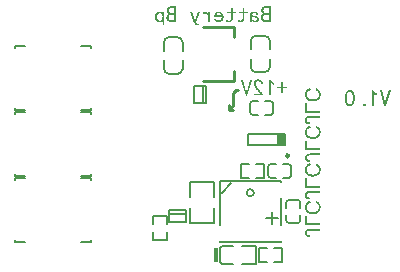
<source format=gbr>
G04 Layer_Color=32896*
%FSLAX25Y25*%
%MOIN*%
%TF.FileFunction,Legend,Bot*%
%TF.Part,Single*%
G01*
G75*
%ADD13C,0.01000*%
%ADD38C,0.00394*%
%ADD39C,0.00787*%
%ADD40C,0.00984*%
%ADD41C,0.00591*%
%ADD42R,0.02602X0.03937*%
%ADD43R,0.01181X0.04724*%
G36*
X442872Y410996D02*
X442965Y410986D01*
X443054Y410971D01*
X443142Y410951D01*
X443221Y410927D01*
X443295Y410902D01*
X443364Y410873D01*
X443428Y410848D01*
X443482Y410818D01*
X443531Y410789D01*
X443575Y410764D01*
X443614Y410740D01*
X443639Y410720D01*
X443664Y410705D01*
X443674Y410696D01*
X443679Y410691D01*
X443806Y410568D01*
X443925Y410440D01*
X444023Y410307D01*
X444102Y410184D01*
X444136Y410130D01*
X444166Y410076D01*
X444190Y410026D01*
X444210Y409987D01*
X444230Y409953D01*
X444239Y409928D01*
X444244Y409913D01*
X444249Y409908D01*
X444284Y409815D01*
X444313Y409716D01*
X444367Y409510D01*
X444407Y409293D01*
X444421Y409190D01*
X444436Y409087D01*
X444446Y408993D01*
X444456Y408905D01*
X444461Y408821D01*
X444466Y408752D01*
X444471Y408698D01*
X444476Y408654D01*
Y408629D01*
Y408619D01*
X444480Y408472D01*
Y408329D01*
Y408196D01*
Y408073D01*
X444476Y407955D01*
X444471Y407852D01*
X444466Y407753D01*
X444456Y407665D01*
X444451Y407586D01*
X444441Y407517D01*
X444436Y407463D01*
X444431Y407414D01*
X444426Y407374D01*
X444421Y407350D01*
X444417Y407330D01*
Y407325D01*
X444377Y407153D01*
X444328Y406986D01*
X444279Y406833D01*
X444249Y406760D01*
X444225Y406696D01*
X444200Y406636D01*
X444180Y406582D01*
X444161Y406533D01*
X444141Y406494D01*
X444126Y406464D01*
X444116Y406440D01*
X444106Y406425D01*
Y406420D01*
X444062Y406341D01*
X444013Y406267D01*
X443900Y406130D01*
X443777Y406017D01*
X443718Y405963D01*
X443654Y405913D01*
X443600Y405874D01*
X443546Y405835D01*
X443496Y405805D01*
X443452Y405780D01*
X443418Y405756D01*
X443393Y405741D01*
X443373Y405736D01*
X443368Y405731D01*
X443270Y405687D01*
X443172Y405653D01*
X443078Y405628D01*
X442985Y405613D01*
X442896Y405603D01*
X442729D01*
X442650Y405608D01*
X442581Y405618D01*
X442517Y405628D01*
X442463Y405643D01*
X442414Y405653D01*
X442375Y405662D01*
X442350Y405672D01*
X442330Y405682D01*
X442325D01*
X442232Y405726D01*
X442138Y405775D01*
X442055Y405835D01*
X441981Y405894D01*
X441907Y405958D01*
X441843Y406021D01*
X441784Y406085D01*
X441735Y406149D01*
X441686Y406209D01*
X441646Y406263D01*
X441617Y406317D01*
X441587Y406361D01*
X441568Y406395D01*
X441548Y406425D01*
X441543Y406445D01*
X441538Y406450D01*
X441494Y406558D01*
X441450Y406671D01*
X441381Y406907D01*
X441327Y407148D01*
X441307Y407261D01*
X441287Y407374D01*
X441273Y407478D01*
X441263Y407576D01*
X441253Y407660D01*
X441243Y407734D01*
X441238Y407798D01*
X441233Y407842D01*
Y407871D01*
Y407881D01*
X441223Y408044D01*
Y408201D01*
Y408349D01*
Y408491D01*
X441228Y408629D01*
X441233Y408757D01*
X441243Y408875D01*
X441253Y408983D01*
X441263Y409082D01*
X441273Y409170D01*
X441278Y409249D01*
X441287Y409313D01*
X441297Y409362D01*
X441302Y409402D01*
X441307Y409421D01*
Y409431D01*
X441332Y409554D01*
X441366Y409672D01*
X441400Y409785D01*
X441440Y409894D01*
X441484Y409992D01*
X441528Y410085D01*
X441573Y410169D01*
X441617Y410248D01*
X441661Y410317D01*
X441701Y410376D01*
X441735Y410430D01*
X441770Y410474D01*
X441794Y410509D01*
X441814Y410533D01*
X441829Y410548D01*
X441833Y410553D01*
X441907Y410632D01*
X441986Y410700D01*
X442070Y410759D01*
X442148Y410814D01*
X442227Y410853D01*
X442306Y410892D01*
X442380Y410922D01*
X442453Y410946D01*
X442517Y410961D01*
X442581Y410976D01*
X442635Y410986D01*
X442685Y410996D01*
X442719D01*
X442749Y411001D01*
X442773D01*
X442872Y410996D01*
D02*
G37*
G36*
X447777Y406435D02*
X447846Y406415D01*
X447900Y406395D01*
X447944Y406371D01*
X447984Y406346D01*
X448008Y406331D01*
X448023Y406317D01*
X448028Y406312D01*
X448062Y406267D01*
X448092Y406223D01*
X448111Y406174D01*
X448121Y406125D01*
X448131Y406085D01*
X448136Y406051D01*
Y406031D01*
Y406021D01*
X448131Y405948D01*
X448116Y405879D01*
X448092Y405825D01*
X448067Y405780D01*
X448042Y405741D01*
X448018Y405717D01*
X448003Y405702D01*
X447998Y405697D01*
X447944Y405662D01*
X447895Y405633D01*
X447846Y405613D01*
X447796Y405603D01*
X447762Y405593D01*
X447728Y405589D01*
X447703D01*
X447639Y405593D01*
X447580Y405603D01*
X447526Y405623D01*
X447482Y405643D01*
X447447Y405662D01*
X447418Y405682D01*
X447403Y405692D01*
X447398Y405697D01*
X447359Y405741D01*
X447329Y405795D01*
X447304Y405849D01*
X447290Y405899D01*
X447280Y405948D01*
X447275Y405987D01*
Y406012D01*
Y406021D01*
X447280Y406085D01*
X447290Y406145D01*
X447309Y406199D01*
X447329Y406243D01*
X447349Y406277D01*
X447368Y406307D01*
X447378Y406322D01*
X447383Y406327D01*
X447428Y406366D01*
X447477Y406395D01*
X447531Y406420D01*
X447585Y406435D01*
X447629Y406445D01*
X447669Y406450D01*
X447703D01*
X447777Y406435D01*
D02*
G37*
G36*
X385017Y433652D02*
X383477D01*
X383334Y433657D01*
X383201Y433667D01*
X383073Y433682D01*
X382955Y433707D01*
X382842Y433731D01*
X382739Y433761D01*
X382646Y433790D01*
X382557Y433820D01*
X382483Y433849D01*
X382414Y433884D01*
X382355Y433908D01*
X382306Y433933D01*
X382267Y433958D01*
X382242Y433972D01*
X382222Y433982D01*
X382217Y433987D01*
X382129Y434056D01*
X382055Y434140D01*
X381991Y434228D01*
X381932Y434322D01*
X381883Y434425D01*
X381843Y434528D01*
X381814Y434632D01*
X381785Y434730D01*
X381765Y434828D01*
X381750Y434922D01*
X381740Y435006D01*
X381735Y435079D01*
X381730Y435138D01*
X381725Y435183D01*
Y435212D01*
Y435222D01*
X381730Y435311D01*
X381740Y435399D01*
X381755Y435478D01*
X381770Y435552D01*
X381794Y435620D01*
X381819Y435684D01*
X381843Y435744D01*
X381873Y435798D01*
X381903Y435847D01*
X381927Y435886D01*
X381952Y435921D01*
X381976Y435950D01*
X381991Y435975D01*
X382006Y435990D01*
X382016Y435999D01*
X382021Y436004D01*
X382134Y436103D01*
X382247Y436186D01*
X382355Y436255D01*
X382458Y436304D01*
X382547Y436344D01*
X382586Y436358D01*
X382616Y436368D01*
X382646Y436378D01*
X382665Y436383D01*
X382675Y436388D01*
X382680D01*
X382577Y436432D01*
X382478Y436482D01*
X382385Y436541D01*
X382306Y436600D01*
X382237Y436654D01*
X382183Y436698D01*
X382163Y436718D01*
X382149Y436732D01*
X382144Y436737D01*
X382139Y436742D01*
X382094Y436796D01*
X382050Y436851D01*
X382016Y436914D01*
X381986Y436978D01*
X381942Y437116D01*
X381912Y437249D01*
X381898Y437313D01*
X381893Y437367D01*
X381888Y437421D01*
X381883Y437470D01*
X381878Y437505D01*
Y437534D01*
Y437554D01*
Y437559D01*
X381883Y437662D01*
X381893Y437756D01*
X381912Y437849D01*
X381937Y437938D01*
X381966Y438022D01*
X382001Y438100D01*
X382035Y438174D01*
X382070Y438243D01*
X382104Y438302D01*
X382139Y438351D01*
X382173Y438400D01*
X382203Y438440D01*
X382227Y438469D01*
X382247Y438489D01*
X382257Y438504D01*
X382262Y438509D01*
X382335Y438577D01*
X382419Y438641D01*
X382513Y438695D01*
X382606Y438740D01*
X382700Y438779D01*
X382798Y438814D01*
X382892Y438838D01*
X382985Y438863D01*
X383073Y438878D01*
X383152Y438892D01*
X383226Y438902D01*
X383290Y438907D01*
X383344D01*
X383383Y438912D01*
X385017D01*
Y433652D01*
D02*
G37*
G36*
X379541Y437151D02*
X379654Y437136D01*
X379752Y437116D01*
X379836Y437097D01*
X379910Y437072D01*
X379959Y437052D01*
X379979Y437042D01*
X379994Y437038D01*
X379998Y437033D01*
X380003D01*
X380092Y436978D01*
X380176Y436919D01*
X380244Y436851D01*
X380309Y436787D01*
X380363Y436728D01*
X380397Y436678D01*
X380412Y436659D01*
X380422Y436644D01*
X380432Y436639D01*
Y437097D01*
X381047D01*
Y432516D01*
X380432D01*
Y434115D01*
X380363Y434017D01*
X380289Y433933D01*
X380215Y433859D01*
X380151Y433800D01*
X380092Y433756D01*
X380043Y433721D01*
X380013Y433702D01*
X380008Y433697D01*
X380003D01*
X379905Y433652D01*
X379807Y433618D01*
X379708Y433594D01*
X379620Y433579D01*
X379536Y433569D01*
X379502Y433564D01*
X379477Y433559D01*
X379418D01*
X379305Y433564D01*
X379197Y433579D01*
X379093Y433603D01*
X378995Y433633D01*
X378901Y433667D01*
X378818Y433707D01*
X378739Y433746D01*
X378665Y433790D01*
X378601Y433835D01*
X378542Y433874D01*
X378493Y433913D01*
X378454Y433948D01*
X378419Y433977D01*
X378395Y434002D01*
X378380Y434017D01*
X378375Y434022D01*
X378296Y434115D01*
X378232Y434213D01*
X378173Y434317D01*
X378124Y434430D01*
X378085Y434538D01*
X378045Y434651D01*
X378021Y434764D01*
X377996Y434873D01*
X377976Y434976D01*
X377967Y435070D01*
X377957Y435153D01*
X377947Y435227D01*
Y435291D01*
X377942Y435335D01*
Y435365D01*
Y435374D01*
X377947Y435537D01*
X377962Y435689D01*
X377981Y435827D01*
X378011Y435960D01*
X378040Y436078D01*
X378080Y436186D01*
X378119Y436285D01*
X378158Y436373D01*
X378198Y436452D01*
X378237Y436521D01*
X378276Y436580D01*
X378306Y436624D01*
X378336Y436664D01*
X378355Y436688D01*
X378370Y436703D01*
X378375Y436708D01*
X378459Y436787D01*
X378542Y436855D01*
X378631Y436914D01*
X378719Y436969D01*
X378808Y437008D01*
X378891Y437047D01*
X378975Y437077D01*
X379059Y437101D01*
X379133Y437116D01*
X379202Y437131D01*
X379260Y437141D01*
X379315Y437151D01*
X379359D01*
X379388Y437156D01*
X379418D01*
X379541Y437151D01*
D02*
G37*
G36*
X420495Y412105D02*
X422000D01*
Y411613D01*
X420495D01*
Y410107D01*
X419973D01*
Y411613D01*
X418463D01*
Y412105D01*
X419973D01*
Y413610D01*
X420495D01*
Y412105D01*
D02*
G37*
G36*
X450748Y410838D02*
X450852Y410715D01*
X450955Y410592D01*
X451058Y410479D01*
X451167Y410371D01*
X451270Y410272D01*
X451373Y410179D01*
X451472Y410090D01*
X451565Y410012D01*
X451649Y409943D01*
X451728Y409884D01*
X451792Y409834D01*
X451846Y409795D01*
X451885Y409766D01*
X451910Y409746D01*
X451920Y409741D01*
Y409156D01*
X451806Y409224D01*
X451698Y409293D01*
X451595Y409362D01*
X451501Y409431D01*
X451413Y409500D01*
X451329Y409564D01*
X451250Y409623D01*
X451182Y409682D01*
X451118Y409731D01*
X451063Y409780D01*
X451014Y409825D01*
X450975Y409859D01*
X450940Y409889D01*
X450921Y409908D01*
X450906Y409923D01*
X450901Y409928D01*
Y405682D01*
X450286D01*
Y410971D01*
X450655D01*
X450748Y410838D01*
D02*
G37*
G36*
X454960Y405589D02*
X454345D01*
X452810Y410912D01*
X453548D01*
X454626Y406882D01*
X454684D01*
X455762Y410912D01*
X456500D01*
X454960Y405589D01*
D02*
G37*
G36*
X399231Y437151D02*
X399364Y437136D01*
X399482Y437111D01*
X399600Y437082D01*
X399708Y437047D01*
X399806Y437003D01*
X399900Y436964D01*
X399984Y436919D01*
X400057Y436870D01*
X400121Y436831D01*
X400180Y436792D01*
X400225Y436752D01*
X400264Y436723D01*
X400293Y436698D01*
X400308Y436683D01*
X400313Y436678D01*
X400397Y436585D01*
X400471Y436486D01*
X400535Y436383D01*
X400589Y436275D01*
X400633Y436167D01*
X400672Y436058D01*
X400707Y435950D01*
X400731Y435852D01*
X400751Y435753D01*
X400766Y435665D01*
X400776Y435581D01*
X400781Y435512D01*
X400785Y435453D01*
X400790Y435409D01*
Y435384D01*
Y435374D01*
X400785Y435222D01*
X400771Y435079D01*
X400746Y434946D01*
X400717Y434819D01*
X400677Y434700D01*
X400638Y434597D01*
X400599Y434499D01*
X400549Y434410D01*
X400505Y434332D01*
X400466Y434263D01*
X400421Y434204D01*
X400387Y434154D01*
X400357Y434115D01*
X400333Y434090D01*
X400318Y434071D01*
X400313Y434066D01*
X400220Y433982D01*
X400126Y433908D01*
X400023Y433844D01*
X399920Y433790D01*
X399821Y433746D01*
X399718Y433707D01*
X399620Y433672D01*
X399526Y433648D01*
X399437Y433628D01*
X399359Y433613D01*
X399285Y433603D01*
X399221Y433598D01*
X399167Y433594D01*
X399132Y433589D01*
X399098D01*
X398990Y433594D01*
X398886Y433603D01*
X398788Y433618D01*
X398694Y433643D01*
X398601Y433667D01*
X398517Y433697D01*
X398444Y433726D01*
X398370Y433761D01*
X398306Y433790D01*
X398252Y433820D01*
X398202Y433849D01*
X398158Y433874D01*
X398129Y433898D01*
X398104Y433913D01*
X398089Y433923D01*
X398084Y433928D01*
X398006Y433992D01*
X397937Y434066D01*
X397878Y434135D01*
X397824Y434208D01*
X397779Y434287D01*
X397740Y434361D01*
X397706Y434430D01*
X397676Y434499D01*
X397652Y434568D01*
X397632Y434627D01*
X397617Y434681D01*
X397607Y434725D01*
X397602Y434764D01*
X397597Y434794D01*
X397592Y434814D01*
Y434819D01*
X398267D01*
X398296Y434700D01*
X398335Y434597D01*
X398385Y434514D01*
X398429Y434440D01*
X398473Y434386D01*
X398513Y434346D01*
X398537Y434322D01*
X398542Y434312D01*
X398547D01*
X398631Y434258D01*
X398724Y434213D01*
X398813Y434184D01*
X398901Y434164D01*
X398980Y434154D01*
X399014Y434149D01*
X399044D01*
X399063Y434144D01*
X399098D01*
X399177Y434149D01*
X399255Y434154D01*
X399393Y434189D01*
X399516Y434233D01*
X399570Y434258D01*
X399620Y434282D01*
X399669Y434307D01*
X399708Y434332D01*
X399743Y434356D01*
X399767Y434376D01*
X399792Y434395D01*
X399806Y434410D01*
X399816Y434415D01*
X399821Y434420D01*
X399870Y434474D01*
X399915Y434538D01*
X399954Y434612D01*
X399989Y434686D01*
X400018Y434764D01*
X400043Y434843D01*
X400077Y435001D01*
X400087Y435074D01*
X400097Y435143D01*
X400102Y435207D01*
X400107Y435266D01*
X400111Y435311D01*
Y435345D01*
Y435365D01*
Y435374D01*
X397622D01*
X397627Y435547D01*
X397642Y435709D01*
X397661Y435857D01*
X397686Y435990D01*
X397720Y436112D01*
X397755Y436226D01*
X397794Y436329D01*
X397829Y436418D01*
X397868Y436496D01*
X397907Y436560D01*
X397942Y436619D01*
X397976Y436664D01*
X398001Y436698D01*
X398021Y436723D01*
X398035Y436737D01*
X398040Y436742D01*
X398119Y436816D01*
X398202Y436880D01*
X398291Y436934D01*
X398380Y436983D01*
X398468Y437023D01*
X398557Y437057D01*
X398640Y437082D01*
X398724Y437106D01*
X398803Y437121D01*
X398872Y437136D01*
X398936Y437141D01*
X398990Y437151D01*
X399034D01*
X399068Y437156D01*
X399098D01*
X399231Y437151D01*
D02*
G37*
G36*
X403772Y437097D02*
X404820D01*
Y436604D01*
X403772D01*
Y434760D01*
X403767Y434656D01*
X403757Y434563D01*
X403742Y434474D01*
X403718Y434390D01*
X403693Y434312D01*
X403664Y434243D01*
X403634Y434179D01*
X403605Y434120D01*
X403575Y434066D01*
X403541Y434022D01*
X403516Y433982D01*
X403491Y433953D01*
X403467Y433928D01*
X403452Y433908D01*
X403442Y433898D01*
X403437Y433894D01*
X403373Y433840D01*
X403300Y433795D01*
X403231Y433751D01*
X403152Y433716D01*
X403078Y433687D01*
X403004Y433662D01*
X402862Y433628D01*
X402798Y433613D01*
X402734Y433603D01*
X402680Y433598D01*
X402635Y433594D01*
X402596Y433589D01*
X402419D01*
X402316Y433594D01*
X402222Y433603D01*
X402148Y433613D01*
X402084Y433618D01*
X402040Y433628D01*
X402015Y433633D01*
X402006D01*
X401932Y433652D01*
X401863Y433672D01*
X401804Y433692D01*
X401755Y433707D01*
X401711Y433721D01*
X401676Y433736D01*
X401656Y433741D01*
X401651Y433746D01*
Y434361D01*
X401711Y434327D01*
X401774Y434297D01*
X401833Y434272D01*
X401893Y434248D01*
X401942Y434228D01*
X401986Y434213D01*
X402011Y434208D01*
X402015Y434204D01*
X402020D01*
X402104Y434184D01*
X402198Y434169D01*
X402291Y434159D01*
X402375Y434154D01*
X402453Y434149D01*
X402488Y434144D01*
X402631D01*
X402690Y434149D01*
X402788Y434169D01*
X402867Y434199D01*
X402931Y434228D01*
X402975Y434258D01*
X403009Y434287D01*
X403029Y434307D01*
X403034Y434312D01*
X403073Y434381D01*
X403103Y434450D01*
X403127Y434518D01*
X403142Y434587D01*
X403152Y434641D01*
X403157Y434691D01*
Y434720D01*
Y434725D01*
Y434730D01*
Y436604D01*
X401897D01*
Y437097D01*
X403157D01*
Y438297D01*
X403772D01*
Y437097D01*
D02*
G37*
G36*
X407708D02*
X408756D01*
Y436604D01*
X407708D01*
Y434760D01*
X407703Y434656D01*
X407693Y434563D01*
X407678Y434474D01*
X407654Y434390D01*
X407629Y434312D01*
X407600Y434243D01*
X407570Y434179D01*
X407541Y434120D01*
X407511Y434066D01*
X407477Y434022D01*
X407452Y433982D01*
X407428Y433953D01*
X407403Y433928D01*
X407388Y433908D01*
X407378Y433898D01*
X407373Y433894D01*
X407309Y433840D01*
X407236Y433795D01*
X407167Y433751D01*
X407088Y433716D01*
X407014Y433687D01*
X406940Y433662D01*
X406798Y433628D01*
X406734Y433613D01*
X406670Y433603D01*
X406616Y433598D01*
X406571Y433594D01*
X406532Y433589D01*
X406355D01*
X406252Y433594D01*
X406158Y433603D01*
X406084Y433613D01*
X406020Y433618D01*
X405976Y433628D01*
X405951Y433633D01*
X405942D01*
X405868Y433652D01*
X405799Y433672D01*
X405740Y433692D01*
X405691Y433707D01*
X405647Y433721D01*
X405612Y433736D01*
X405592Y433741D01*
X405587Y433746D01*
Y434361D01*
X405647Y434327D01*
X405710Y434297D01*
X405769Y434272D01*
X405829Y434248D01*
X405878Y434228D01*
X405922Y434213D01*
X405947Y434208D01*
X405951Y434204D01*
X405956D01*
X406040Y434184D01*
X406134Y434169D01*
X406227Y434159D01*
X406311Y434154D01*
X406389Y434149D01*
X406424Y434144D01*
X406566D01*
X406626Y434149D01*
X406724Y434169D01*
X406803Y434199D01*
X406867Y434228D01*
X406911Y434258D01*
X406945Y434287D01*
X406965Y434307D01*
X406970Y434312D01*
X407009Y434381D01*
X407039Y434450D01*
X407063Y434518D01*
X407078Y434587D01*
X407088Y434641D01*
X407093Y434691D01*
Y434720D01*
Y434725D01*
Y434730D01*
Y436604D01*
X405833D01*
Y437097D01*
X407093D01*
Y438297D01*
X407708D01*
Y437097D01*
D02*
G37*
G36*
X391624Y433530D02*
X391659Y433436D01*
X391693Y433357D01*
X391723Y433298D01*
X391752Y433254D01*
X391777Y433220D01*
X391797Y433195D01*
X391807Y433185D01*
X391811Y433180D01*
X391851Y433156D01*
X391905Y433136D01*
X391959Y433121D01*
X392018Y433111D01*
X392067Y433106D01*
X392112Y433102D01*
X392151D01*
X392220Y433106D01*
X392289Y433121D01*
X392318Y433126D01*
X392343Y433131D01*
X392358Y433136D01*
X392362D01*
X392451Y433160D01*
X392495Y433175D01*
X392530Y433190D01*
X392564Y433205D01*
X392589Y433215D01*
X392604Y433224D01*
X392608D01*
Y432610D01*
X392515Y432575D01*
X392471Y432560D01*
X392431Y432550D01*
X392397Y432546D01*
X392372Y432541D01*
X392353Y432536D01*
X392348D01*
X392244Y432526D01*
X392195Y432521D01*
X392151D01*
X392112Y432516D01*
X392057D01*
X391989Y432521D01*
X391925Y432526D01*
X391807Y432550D01*
X391698Y432585D01*
X391610Y432624D01*
X391541Y432664D01*
X391511Y432683D01*
X391487Y432698D01*
X391467Y432713D01*
X391452Y432723D01*
X391447Y432732D01*
X391442D01*
X391398Y432777D01*
X391354Y432821D01*
X391280Y432924D01*
X391216Y433033D01*
X391167Y433136D01*
X391128Y433229D01*
X391108Y433274D01*
X391098Y433308D01*
X391088Y433338D01*
X391078Y433357D01*
X391073Y433372D01*
Y433377D01*
X389656Y437097D01*
X390335D01*
X391290Y434390D01*
X391319D01*
X392303Y437097D01*
X392977D01*
X391624Y433530D01*
D02*
G37*
G36*
X394286Y437146D02*
X394473Y437121D01*
X394557Y437101D01*
X394636Y437082D01*
X394709Y437062D01*
X394778Y437042D01*
X394842Y437018D01*
X394896Y436998D01*
X394946Y436978D01*
X394985Y436959D01*
X395014Y436944D01*
X395039Y436934D01*
X395054Y436929D01*
X395059Y436924D01*
X395132Y436880D01*
X395206Y436831D01*
X395339Y436718D01*
X395457Y436600D01*
X395556Y436482D01*
X395600Y436427D01*
X395639Y436373D01*
X395669Y436329D01*
X395698Y436285D01*
X395718Y436255D01*
X395733Y436226D01*
X395743Y436211D01*
X395747Y436206D01*
Y437097D01*
X396362D01*
Y433652D01*
X395747D01*
Y435404D01*
X395693Y435522D01*
X395639Y435630D01*
X395585Y435729D01*
X395526Y435817D01*
X395467Y435901D01*
X395413Y435975D01*
X395359Y436039D01*
X395305Y436098D01*
X395260Y436152D01*
X395216Y436191D01*
X395172Y436231D01*
X395137Y436260D01*
X395113Y436280D01*
X395093Y436295D01*
X395078Y436304D01*
X395073Y436309D01*
X394995Y436354D01*
X394916Y436393D01*
X394832Y436422D01*
X394749Y436447D01*
X394665Y436467D01*
X394581Y436482D01*
X394429Y436496D01*
X394232D01*
X394183Y436491D01*
X394139Y436486D01*
X394109D01*
X394089Y436482D01*
X394085D01*
Y437156D01*
X394188D01*
X394286Y437146D01*
D02*
G37*
G36*
X411083Y437151D02*
X411191Y437141D01*
X411290Y437131D01*
X411383Y437111D01*
X411472Y437087D01*
X411555Y437062D01*
X411629Y437038D01*
X411698Y437013D01*
X411762Y436983D01*
X411816Y436959D01*
X411860Y436934D01*
X411900Y436910D01*
X411929Y436890D01*
X411949Y436880D01*
X411964Y436870D01*
X411969Y436865D01*
X412038Y436811D01*
X412097Y436747D01*
X412151Y436683D01*
X412200Y436619D01*
X412239Y436555D01*
X412279Y436491D01*
X412308Y436427D01*
X412333Y436363D01*
X412357Y436309D01*
X412372Y436255D01*
X412387Y436206D01*
X412397Y436167D01*
X412402Y436132D01*
X412407Y436103D01*
X412411Y436088D01*
Y436083D01*
X411737D01*
X411708Y436172D01*
X411673Y436245D01*
X411634Y436314D01*
X411600Y436368D01*
X411560Y436413D01*
X411531Y436442D01*
X411511Y436462D01*
X411506Y436467D01*
X411437Y436511D01*
X411354Y436546D01*
X411265Y436570D01*
X411177Y436590D01*
X411093Y436600D01*
X411059D01*
X411029Y436604D01*
X410886D01*
X410813Y436595D01*
X410744Y436590D01*
X410680Y436575D01*
X410626Y436560D01*
X410576Y436546D01*
X410532Y436531D01*
X410498Y436511D01*
X410463Y436491D01*
X410439Y436477D01*
X410399Y436447D01*
X410375Y436427D01*
X410370Y436418D01*
X410325Y436349D01*
X410291Y436285D01*
X410266Y436221D01*
X410247Y436167D01*
X410237Y436117D01*
X410232Y436083D01*
Y436058D01*
Y436049D01*
X410237Y436019D01*
X410247Y435994D01*
X410261Y435970D01*
X410281Y435945D01*
X410335Y435906D01*
X410394Y435866D01*
X410453Y435842D01*
X410507Y435817D01*
X410527Y435812D01*
X410542Y435808D01*
X410552Y435803D01*
X410557D01*
X410680Y435773D01*
X410808Y435744D01*
X410935Y435714D01*
X411049Y435694D01*
X411103Y435684D01*
X411152Y435675D01*
X411196Y435670D01*
X411231Y435660D01*
X411265Y435655D01*
X411285D01*
X411300Y435650D01*
X411305D01*
X411423Y435630D01*
X411531Y435606D01*
X411634Y435581D01*
X411728Y435552D01*
X411816Y435522D01*
X411895Y435493D01*
X411964Y435463D01*
X412028Y435429D01*
X412082Y435399D01*
X412131Y435374D01*
X412170Y435350D01*
X412205Y435325D01*
X412229Y435306D01*
X412249Y435291D01*
X412259Y435286D01*
X412264Y435281D01*
X412318Y435227D01*
X412362Y435173D01*
X412407Y435109D01*
X412441Y435050D01*
X412470Y434986D01*
X412495Y434927D01*
X412530Y434809D01*
X412544Y434755D01*
X412554Y434705D01*
X412559Y434661D01*
X412564Y434622D01*
X412569Y434587D01*
Y434563D01*
Y434548D01*
Y434543D01*
X412564Y434459D01*
X412554Y434381D01*
X412539Y434307D01*
X412515Y434238D01*
X412490Y434174D01*
X412461Y434115D01*
X412431Y434061D01*
X412397Y434017D01*
X412367Y433972D01*
X412338Y433938D01*
X412308Y433903D01*
X412284Y433879D01*
X412259Y433859D01*
X412244Y433844D01*
X412234Y433840D01*
X412229Y433835D01*
X412165Y433790D01*
X412097Y433756D01*
X412028Y433721D01*
X411954Y433692D01*
X411816Y433648D01*
X411688Y433618D01*
X411624Y433608D01*
X411570Y433603D01*
X411521Y433598D01*
X411482Y433594D01*
X411447Y433589D01*
X411398D01*
X411275Y433594D01*
X411152Y433608D01*
X411044Y433628D01*
X410950Y433652D01*
X410867Y433672D01*
X410832Y433682D01*
X410808Y433692D01*
X410783Y433702D01*
X410768Y433707D01*
X410758Y433712D01*
X410753D01*
X410640Y433761D01*
X410542Y433820D01*
X410453Y433884D01*
X410375Y433943D01*
X410316Y433997D01*
X410271Y434041D01*
X410242Y434071D01*
X410232Y434076D01*
Y434026D01*
X410227Y433977D01*
X410222Y433933D01*
X410217Y433894D01*
X410212Y433864D01*
X410207Y433840D01*
X410202Y433825D01*
Y433820D01*
X410173Y433746D01*
X410158Y433721D01*
X410143Y433697D01*
X410129Y433677D01*
X410119Y433662D01*
X410109Y433657D01*
Y433652D01*
X409371D01*
X409415Y433712D01*
X409450Y433766D01*
X409484Y433815D01*
X409509Y433864D01*
X409533Y433903D01*
X409548Y433933D01*
X409553Y433953D01*
X409558Y433958D01*
X409578Y434017D01*
X409592Y434076D01*
X409602Y434135D01*
X409607Y434189D01*
X409612Y434233D01*
X409617Y434268D01*
Y434287D01*
Y434297D01*
Y435990D01*
X409622Y436088D01*
X409632Y436186D01*
X409646Y436275D01*
X409671Y436354D01*
X409696Y436432D01*
X409725Y436501D01*
X409755Y436565D01*
X409784Y436624D01*
X409819Y436673D01*
X409848Y436723D01*
X409878Y436757D01*
X409902Y436792D01*
X409927Y436816D01*
X409942Y436831D01*
X409951Y436841D01*
X409956Y436846D01*
X410020Y436900D01*
X410094Y436949D01*
X410173Y436988D01*
X410256Y437023D01*
X410340Y437057D01*
X410424Y437082D01*
X410586Y437116D01*
X410665Y437131D01*
X410739Y437141D01*
X410803Y437146D01*
X410857Y437151D01*
X410906Y437156D01*
X410970D01*
X411083Y437151D01*
D02*
G37*
G36*
X416505Y433652D02*
X414965D01*
X414822Y433657D01*
X414689Y433667D01*
X414562Y433682D01*
X414443Y433707D01*
X414330Y433731D01*
X414227Y433761D01*
X414134Y433790D01*
X414045Y433820D01*
X413971Y433849D01*
X413902Y433884D01*
X413843Y433908D01*
X413794Y433933D01*
X413755Y433958D01*
X413730Y433972D01*
X413710Y433982D01*
X413705Y433987D01*
X413617Y434056D01*
X413543Y434140D01*
X413479Y434228D01*
X413420Y434322D01*
X413371Y434425D01*
X413332Y434528D01*
X413302Y434632D01*
X413272Y434730D01*
X413253Y434828D01*
X413238Y434922D01*
X413228Y435006D01*
X413223Y435079D01*
X413218Y435138D01*
X413213Y435183D01*
Y435212D01*
Y435222D01*
X413218Y435311D01*
X413228Y435399D01*
X413243Y435478D01*
X413258Y435552D01*
X413282Y435620D01*
X413307Y435684D01*
X413332Y435744D01*
X413361Y435798D01*
X413391Y435847D01*
X413415Y435886D01*
X413440Y435921D01*
X413464Y435950D01*
X413479Y435975D01*
X413494Y435990D01*
X413504Y435999D01*
X413509Y436004D01*
X413622Y436103D01*
X413735Y436186D01*
X413843Y436255D01*
X413946Y436304D01*
X414035Y436344D01*
X414074Y436358D01*
X414104Y436368D01*
X414134Y436378D01*
X414153Y436383D01*
X414163Y436388D01*
X414168D01*
X414065Y436432D01*
X413966Y436482D01*
X413873Y436541D01*
X413794Y436600D01*
X413725Y436654D01*
X413671Y436698D01*
X413651Y436718D01*
X413637Y436732D01*
X413632Y436737D01*
X413627Y436742D01*
X413582Y436796D01*
X413538Y436851D01*
X413504Y436914D01*
X413474Y436978D01*
X413430Y437116D01*
X413400Y437249D01*
X413386Y437313D01*
X413381Y437367D01*
X413376Y437421D01*
X413371Y437470D01*
X413366Y437505D01*
Y437534D01*
Y437554D01*
Y437559D01*
X413371Y437662D01*
X413381Y437756D01*
X413400Y437849D01*
X413425Y437938D01*
X413454Y438022D01*
X413489Y438100D01*
X413523Y438174D01*
X413558Y438243D01*
X413592Y438302D01*
X413627Y438351D01*
X413661Y438400D01*
X413691Y438440D01*
X413715Y438469D01*
X413735Y438489D01*
X413745Y438504D01*
X413750Y438509D01*
X413824Y438577D01*
X413907Y438641D01*
X414001Y438695D01*
X414094Y438740D01*
X414188Y438779D01*
X414286Y438814D01*
X414380Y438838D01*
X414473Y438863D01*
X414562Y438878D01*
X414640Y438892D01*
X414714Y438902D01*
X414778Y438907D01*
X414832D01*
X414872Y438912D01*
X416505D01*
Y433652D01*
D02*
G37*
G36*
X408745Y409089D02*
X408131D01*
X406596Y414412D01*
X407334D01*
X408411Y410383D01*
X408470D01*
X409548Y414412D01*
X410286D01*
X408745Y409089D01*
D02*
G37*
G36*
X428595Y391574D02*
X433043D01*
Y390905D01*
X428000D01*
Y394054D01*
X428595D01*
Y391574D01*
D02*
G37*
G36*
X433043Y389173D02*
X429491D01*
X429417Y389168D01*
X429348D01*
X429289Y389163D01*
X429230Y389158D01*
X429181Y389149D01*
X429132Y389144D01*
X429092Y389139D01*
X429053Y389129D01*
X429023Y389124D01*
X428994Y389119D01*
X428974Y389109D01*
X428945Y389104D01*
X428935Y389099D01*
X428866Y389070D01*
X428802Y389031D01*
X428753Y388991D01*
X428709Y388947D01*
X428669Y388908D01*
X428645Y388878D01*
X428630Y388858D01*
X428625Y388848D01*
X428585Y388780D01*
X428561Y388706D01*
X428541Y388632D01*
X428526Y388563D01*
X428517Y388504D01*
X428512Y388460D01*
Y388440D01*
Y388425D01*
Y388420D01*
Y388416D01*
X428517Y388351D01*
X428521Y388297D01*
X428546Y388189D01*
X428581Y388096D01*
X428620Y388022D01*
X428654Y387958D01*
X428689Y387914D01*
X428713Y387889D01*
X428723Y387879D01*
X428767Y387845D01*
X428817Y387815D01*
X428876Y387791D01*
X428935Y387766D01*
X429068Y387727D01*
X429196Y387702D01*
X429259Y387692D01*
X429319Y387682D01*
X429373Y387678D01*
X429417Y387673D01*
X429456D01*
X429486Y387668D01*
X429510D01*
X429427Y387067D01*
X429289D01*
X429161Y387077D01*
X429043Y387092D01*
X428935Y387112D01*
X428831Y387136D01*
X428738Y387166D01*
X428654Y387195D01*
X428581Y387230D01*
X428512Y387259D01*
X428453Y387294D01*
X428408Y387323D01*
X428364Y387348D01*
X428335Y387368D01*
X428315Y387387D01*
X428300Y387397D01*
X428295Y387402D01*
X428226Y387471D01*
X428172Y387550D01*
X428118Y387628D01*
X428079Y387712D01*
X428039Y387796D01*
X428010Y387879D01*
X427985Y387963D01*
X427966Y388047D01*
X427946Y388120D01*
X427936Y388194D01*
X427926Y388258D01*
X427921Y388312D01*
Y388356D01*
X427916Y388391D01*
Y388411D01*
Y388420D01*
X427926Y388583D01*
X427946Y388730D01*
X427975Y388863D01*
X427990Y388922D01*
X428010Y388976D01*
X428025Y389026D01*
X428039Y389070D01*
X428054Y389109D01*
X428069Y389139D01*
X428084Y389163D01*
X428089Y389183D01*
X428098Y389193D01*
Y389198D01*
X428172Y389316D01*
X428256Y389414D01*
X428344Y389498D01*
X428428Y389567D01*
X428507Y389621D01*
X428541Y389641D01*
X428571Y389655D01*
X428590Y389670D01*
X428610Y389680D01*
X428620Y389685D01*
X428625D01*
X428694Y389714D01*
X428767Y389739D01*
X428925Y389778D01*
X429087Y389803D01*
X429245Y389823D01*
X429319Y389827D01*
X429387Y389832D01*
X429447Y389837D01*
X429501Y389842D01*
X433043D01*
Y389173D01*
D02*
G37*
G36*
X429766Y385916D02*
X429653Y385887D01*
X429545Y385852D01*
X429442Y385818D01*
X429348Y385778D01*
X429264Y385734D01*
X429186Y385690D01*
X429112Y385646D01*
X429048Y385601D01*
X428994Y385562D01*
X428945Y385523D01*
X428900Y385483D01*
X428866Y385454D01*
X428841Y385429D01*
X428822Y385404D01*
X428812Y385395D01*
X428807Y385390D01*
X428753Y385316D01*
X428704Y385237D01*
X428659Y385158D01*
X428620Y385080D01*
X428590Y384996D01*
X428566Y384917D01*
X428526Y384770D01*
X428512Y384701D01*
X428502Y384637D01*
X428497Y384583D01*
X428492Y384534D01*
X428487Y384494D01*
Y384465D01*
Y384445D01*
Y384440D01*
X428492Y384356D01*
X428497Y384273D01*
X428526Y384110D01*
X428561Y383968D01*
X428585Y383899D01*
X428605Y383840D01*
X428630Y383781D01*
X428649Y383732D01*
X428669Y383687D01*
X428689Y383653D01*
X428704Y383623D01*
X428713Y383604D01*
X428718Y383589D01*
X428723Y383584D01*
X428772Y383515D01*
X428822Y383446D01*
X428935Y383328D01*
X429053Y383230D01*
X429171Y383146D01*
X429274Y383082D01*
X429319Y383058D01*
X429358Y383038D01*
X429392Y383023D01*
X429417Y383013D01*
X429432Y383003D01*
X429437D01*
X429624Y382940D01*
X429815Y382895D01*
X430007Y382861D01*
X430096Y382851D01*
X430180Y382841D01*
X430263Y382831D01*
X430332Y382826D01*
X430401Y382821D01*
X430455D01*
X430499Y382817D01*
X430563D01*
X430745Y382821D01*
X430923Y382841D01*
X431085Y382866D01*
X431164Y382880D01*
X431232Y382895D01*
X431296Y382910D01*
X431355Y382925D01*
X431405Y382940D01*
X431449Y382949D01*
X431483Y382959D01*
X431508Y382969D01*
X431523Y382974D01*
X431528D01*
X431616Y383008D01*
X431695Y383043D01*
X431774Y383082D01*
X431843Y383126D01*
X431911Y383171D01*
X431975Y383215D01*
X432029Y383259D01*
X432084Y383309D01*
X432128Y383348D01*
X432167Y383387D01*
X432202Y383427D01*
X432231Y383456D01*
X432251Y383486D01*
X432266Y383505D01*
X432275Y383515D01*
X432280Y383520D01*
X432330Y383594D01*
X432374Y383673D01*
X432408Y383756D01*
X432443Y383835D01*
X432472Y383919D01*
X432492Y383997D01*
X432526Y384155D01*
X432536Y384224D01*
X432546Y384288D01*
X432551Y384347D01*
X432556Y384396D01*
X432561Y384440D01*
Y384470D01*
Y384489D01*
Y384494D01*
X432556Y384588D01*
X432551Y384676D01*
X432521Y384839D01*
X432502Y384912D01*
X432482Y384981D01*
X432457Y385045D01*
X432433Y385099D01*
X432408Y385154D01*
X432384Y385198D01*
X432364Y385237D01*
X432344Y385272D01*
X432330Y385296D01*
X432315Y385316D01*
X432310Y385326D01*
X432305Y385331D01*
X432256Y385390D01*
X432197Y385449D01*
X432074Y385552D01*
X431941Y385641D01*
X431813Y385714D01*
X431749Y385744D01*
X431695Y385769D01*
X431641Y385793D01*
X431597Y385808D01*
X431562Y385823D01*
X431533Y385833D01*
X431513Y385842D01*
X431508D01*
X431661Y386502D01*
X431788Y386457D01*
X431907Y386413D01*
X432020Y386359D01*
X432123Y386300D01*
X432221Y386241D01*
X432310Y386182D01*
X432389Y386123D01*
X432462Y386064D01*
X432526Y386005D01*
X432585Y385951D01*
X432635Y385906D01*
X432674Y385862D01*
X432703Y385828D01*
X432723Y385803D01*
X432738Y385783D01*
X432743Y385778D01*
X432812Y385680D01*
X432871Y385577D01*
X432925Y385468D01*
X432969Y385360D01*
X433004Y385257D01*
X433038Y385149D01*
X433063Y385045D01*
X433082Y384952D01*
X433097Y384858D01*
X433112Y384775D01*
X433122Y384701D01*
X433127Y384637D01*
X433132Y384583D01*
Y384543D01*
Y384519D01*
Y384509D01*
X433127Y384386D01*
X433117Y384263D01*
X433102Y384150D01*
X433082Y384037D01*
X433063Y383928D01*
X433033Y383825D01*
X433009Y383732D01*
X432979Y383648D01*
X432949Y383564D01*
X432925Y383495D01*
X432895Y383432D01*
X432876Y383382D01*
X432856Y383338D01*
X432841Y383309D01*
X432831Y383289D01*
X432827Y383284D01*
X432767Y383181D01*
X432699Y383087D01*
X432630Y382999D01*
X432556Y382915D01*
X432482Y382841D01*
X432408Y382767D01*
X432335Y382703D01*
X432266Y382649D01*
X432197Y382595D01*
X432133Y382551D01*
X432079Y382516D01*
X432029Y382482D01*
X431990Y382457D01*
X431956Y382443D01*
X431936Y382433D01*
X431931Y382428D01*
X431818Y382374D01*
X431705Y382329D01*
X431587Y382290D01*
X431469Y382256D01*
X431355Y382226D01*
X431237Y382202D01*
X431129Y382182D01*
X431026Y382167D01*
X430927Y382152D01*
X430839Y382142D01*
X430760Y382138D01*
X430691Y382133D01*
X430637Y382128D01*
X430558D01*
X430426Y382133D01*
X430293Y382138D01*
X430165Y382152D01*
X430042Y382167D01*
X429924Y382192D01*
X429811Y382211D01*
X429707Y382236D01*
X429609Y382261D01*
X429520Y382285D01*
X429442Y382310D01*
X429373Y382334D01*
X429314Y382354D01*
X429269Y382369D01*
X429235Y382384D01*
X429215Y382388D01*
X429205Y382393D01*
X429092Y382448D01*
X428984Y382502D01*
X428886Y382566D01*
X428792Y382625D01*
X428704Y382689D01*
X428625Y382753D01*
X428556Y382817D01*
X428492Y382880D01*
X428433Y382940D01*
X428384Y382994D01*
X428339Y383038D01*
X428310Y383082D01*
X428280Y383117D01*
X428261Y383146D01*
X428251Y383161D01*
X428246Y383166D01*
X428187Y383264D01*
X428138Y383368D01*
X428093Y383481D01*
X428054Y383589D01*
X428025Y383702D01*
X427995Y383810D01*
X427975Y383919D01*
X427956Y384022D01*
X427946Y384120D01*
X427936Y384209D01*
X427926Y384288D01*
X427921Y384356D01*
X427916Y384416D01*
Y384460D01*
Y384484D01*
Y384494D01*
X427921Y384637D01*
X427936Y384780D01*
X427956Y384908D01*
X427985Y385035D01*
X428015Y385154D01*
X428054Y385262D01*
X428089Y385365D01*
X428133Y385459D01*
X428172Y385537D01*
X428212Y385611D01*
X428246Y385675D01*
X428275Y385729D01*
X428305Y385773D01*
X428325Y385803D01*
X428339Y385823D01*
X428344Y385828D01*
X428428Y385926D01*
X428521Y386019D01*
X428620Y386098D01*
X428723Y386177D01*
X428827Y386246D01*
X428930Y386310D01*
X429033Y386364D01*
X429137Y386413D01*
X429230Y386452D01*
X429319Y386492D01*
X429397Y386521D01*
X429466Y386546D01*
X429520Y386561D01*
X429565Y386575D01*
X429589Y386585D01*
X429599D01*
X429766Y385916D01*
D02*
G37*
G36*
Y398442D02*
X429653Y398413D01*
X429545Y398378D01*
X429442Y398344D01*
X429348Y398305D01*
X429264Y398260D01*
X429186Y398216D01*
X429112Y398172D01*
X429048Y398128D01*
X428994Y398088D01*
X428945Y398049D01*
X428900Y398009D01*
X428866Y397980D01*
X428841Y397955D01*
X428822Y397931D01*
X428812Y397921D01*
X428807Y397916D01*
X428753Y397842D01*
X428704Y397763D01*
X428659Y397685D01*
X428620Y397606D01*
X428590Y397522D01*
X428566Y397444D01*
X428526Y397296D01*
X428512Y397227D01*
X428502Y397163D01*
X428497Y397109D01*
X428492Y397060D01*
X428487Y397021D01*
Y396991D01*
Y396971D01*
Y396966D01*
X428492Y396883D01*
X428497Y396799D01*
X428526Y396637D01*
X428561Y396494D01*
X428585Y396425D01*
X428605Y396366D01*
X428630Y396307D01*
X428649Y396258D01*
X428669Y396214D01*
X428689Y396179D01*
X428704Y396150D01*
X428713Y396130D01*
X428718Y396115D01*
X428723Y396110D01*
X428772Y396041D01*
X428822Y395973D01*
X428935Y395854D01*
X429053Y395756D01*
X429171Y395672D01*
X429274Y395608D01*
X429319Y395584D01*
X429358Y395564D01*
X429392Y395550D01*
X429417Y395540D01*
X429432Y395530D01*
X429437D01*
X429624Y395466D01*
X429815Y395422D01*
X430007Y395387D01*
X430096Y395377D01*
X430180Y395367D01*
X430263Y395358D01*
X430332Y395353D01*
X430401Y395348D01*
X430455D01*
X430499Y395343D01*
X430563D01*
X430745Y395348D01*
X430923Y395367D01*
X431085Y395392D01*
X431164Y395407D01*
X431232Y395422D01*
X431296Y395436D01*
X431355Y395451D01*
X431405Y395466D01*
X431449Y395476D01*
X431483Y395485D01*
X431508Y395495D01*
X431523Y395500D01*
X431528D01*
X431616Y395535D01*
X431695Y395569D01*
X431774Y395608D01*
X431843Y395653D01*
X431911Y395697D01*
X431975Y395741D01*
X432029Y395786D01*
X432084Y395835D01*
X432128Y395874D01*
X432167Y395914D01*
X432202Y395953D01*
X432231Y395982D01*
X432251Y396012D01*
X432266Y396032D01*
X432275Y396041D01*
X432280Y396046D01*
X432330Y396120D01*
X432374Y396199D01*
X432408Y396283D01*
X432443Y396361D01*
X432472Y396445D01*
X432492Y396524D01*
X432526Y396681D01*
X432536Y396750D01*
X432546Y396814D01*
X432551Y396873D01*
X432556Y396922D01*
X432561Y396966D01*
Y396996D01*
Y397016D01*
Y397021D01*
X432556Y397114D01*
X432551Y397203D01*
X432521Y397365D01*
X432502Y397439D01*
X432482Y397508D01*
X432457Y397572D01*
X432433Y397626D01*
X432408Y397680D01*
X432384Y397724D01*
X432364Y397763D01*
X432344Y397798D01*
X432330Y397822D01*
X432315Y397842D01*
X432310Y397852D01*
X432305Y397857D01*
X432256Y397916D01*
X432197Y397975D01*
X432074Y398078D01*
X431941Y398167D01*
X431813Y398241D01*
X431749Y398270D01*
X431695Y398295D01*
X431641Y398319D01*
X431597Y398334D01*
X431562Y398349D01*
X431533Y398359D01*
X431513Y398369D01*
X431508D01*
X431661Y399028D01*
X431788Y398984D01*
X431907Y398939D01*
X432020Y398885D01*
X432123Y398826D01*
X432221Y398767D01*
X432310Y398708D01*
X432389Y398649D01*
X432462Y398590D01*
X432526Y398531D01*
X432585Y398477D01*
X432635Y398433D01*
X432674Y398388D01*
X432703Y398354D01*
X432723Y398329D01*
X432738Y398310D01*
X432743Y398305D01*
X432812Y398206D01*
X432871Y398103D01*
X432925Y397995D01*
X432969Y397886D01*
X433004Y397783D01*
X433038Y397675D01*
X433063Y397572D01*
X433082Y397478D01*
X433097Y397385D01*
X433112Y397301D01*
X433122Y397227D01*
X433127Y397163D01*
X433132Y397109D01*
Y397070D01*
Y397045D01*
Y397035D01*
X433127Y396912D01*
X433117Y396789D01*
X433102Y396676D01*
X433082Y396563D01*
X433063Y396455D01*
X433033Y396351D01*
X433009Y396258D01*
X432979Y396174D01*
X432949Y396091D01*
X432925Y396022D01*
X432895Y395958D01*
X432876Y395909D01*
X432856Y395864D01*
X432841Y395835D01*
X432831Y395815D01*
X432827Y395810D01*
X432767Y395707D01*
X432699Y395613D01*
X432630Y395525D01*
X432556Y395441D01*
X432482Y395367D01*
X432408Y395294D01*
X432335Y395230D01*
X432266Y395176D01*
X432197Y395121D01*
X432133Y395077D01*
X432079Y395043D01*
X432029Y395008D01*
X431990Y394984D01*
X431956Y394969D01*
X431936Y394959D01*
X431931Y394954D01*
X431818Y394900D01*
X431705Y394856D01*
X431587Y394816D01*
X431469Y394782D01*
X431355Y394752D01*
X431237Y394728D01*
X431129Y394708D01*
X431026Y394693D01*
X430927Y394679D01*
X430839Y394669D01*
X430760Y394664D01*
X430691Y394659D01*
X430637Y394654D01*
X430558D01*
X430426Y394659D01*
X430293Y394664D01*
X430165Y394679D01*
X430042Y394693D01*
X429924Y394718D01*
X429811Y394738D01*
X429707Y394762D01*
X429609Y394787D01*
X429520Y394812D01*
X429442Y394836D01*
X429373Y394861D01*
X429314Y394880D01*
X429269Y394895D01*
X429235Y394910D01*
X429215Y394915D01*
X429205Y394920D01*
X429092Y394974D01*
X428984Y395028D01*
X428886Y395092D01*
X428792Y395151D01*
X428704Y395215D01*
X428625Y395279D01*
X428556Y395343D01*
X428492Y395407D01*
X428433Y395466D01*
X428384Y395520D01*
X428339Y395564D01*
X428310Y395608D01*
X428280Y395643D01*
X428261Y395672D01*
X428251Y395687D01*
X428246Y395692D01*
X428187Y395791D01*
X428138Y395894D01*
X428093Y396007D01*
X428054Y396115D01*
X428025Y396228D01*
X427995Y396337D01*
X427975Y396445D01*
X427956Y396548D01*
X427946Y396647D01*
X427936Y396735D01*
X427926Y396814D01*
X427921Y396883D01*
X427916Y396942D01*
Y396986D01*
Y397011D01*
Y397021D01*
X427921Y397163D01*
X427936Y397306D01*
X427956Y397434D01*
X427985Y397562D01*
X428015Y397680D01*
X428054Y397788D01*
X428089Y397891D01*
X428133Y397985D01*
X428172Y398064D01*
X428212Y398137D01*
X428246Y398201D01*
X428275Y398255D01*
X428305Y398300D01*
X428325Y398329D01*
X428339Y398349D01*
X428344Y398354D01*
X428428Y398452D01*
X428521Y398546D01*
X428620Y398624D01*
X428723Y398703D01*
X428827Y398772D01*
X428930Y398836D01*
X429033Y398890D01*
X429137Y398939D01*
X429230Y398979D01*
X429319Y399018D01*
X429397Y399048D01*
X429466Y399072D01*
X429520Y399087D01*
X429565Y399102D01*
X429589Y399112D01*
X429599D01*
X429766Y398442D01*
D02*
G37*
G36*
Y410969D02*
X429653Y410939D01*
X429545Y410905D01*
X429442Y410870D01*
X429348Y410831D01*
X429264Y410787D01*
X429186Y410742D01*
X429112Y410698D01*
X429048Y410654D01*
X428994Y410614D01*
X428945Y410575D01*
X428900Y410536D01*
X428866Y410506D01*
X428841Y410482D01*
X428822Y410457D01*
X428812Y410447D01*
X428807Y410442D01*
X428753Y410368D01*
X428704Y410290D01*
X428659Y410211D01*
X428620Y410132D01*
X428590Y410049D01*
X428566Y409970D01*
X428526Y409822D01*
X428512Y409754D01*
X428502Y409690D01*
X428497Y409635D01*
X428492Y409586D01*
X428487Y409547D01*
Y409517D01*
Y409498D01*
Y409493D01*
X428492Y409409D01*
X428497Y409326D01*
X428526Y409163D01*
X428561Y409020D01*
X428585Y408952D01*
X428605Y408892D01*
X428630Y408834D01*
X428649Y408784D01*
X428669Y408740D01*
X428689Y408706D01*
X428704Y408676D01*
X428713Y408656D01*
X428718Y408642D01*
X428723Y408637D01*
X428772Y408568D01*
X428822Y408499D01*
X428935Y408381D01*
X429053Y408282D01*
X429171Y408199D01*
X429274Y408135D01*
X429319Y408110D01*
X429358Y408091D01*
X429392Y408076D01*
X429417Y408066D01*
X429432Y408056D01*
X429437D01*
X429624Y407992D01*
X429815Y407948D01*
X430007Y407913D01*
X430096Y407904D01*
X430180Y407894D01*
X430263Y407884D01*
X430332Y407879D01*
X430401Y407874D01*
X430455D01*
X430499Y407869D01*
X430563D01*
X430745Y407874D01*
X430923Y407894D01*
X431085Y407918D01*
X431164Y407933D01*
X431232Y407948D01*
X431296Y407963D01*
X431355Y407977D01*
X431405Y407992D01*
X431449Y408002D01*
X431483Y408012D01*
X431508Y408022D01*
X431523Y408027D01*
X431528D01*
X431616Y408061D01*
X431695Y408096D01*
X431774Y408135D01*
X431843Y408179D01*
X431911Y408223D01*
X431975Y408268D01*
X432029Y408312D01*
X432084Y408361D01*
X432128Y408400D01*
X432167Y408440D01*
X432202Y408479D01*
X432231Y408509D01*
X432251Y408538D01*
X432266Y408558D01*
X432275Y408568D01*
X432280Y408573D01*
X432330Y408646D01*
X432374Y408725D01*
X432408Y408809D01*
X432443Y408888D01*
X432472Y408971D01*
X432492Y409050D01*
X432526Y409207D01*
X432536Y409276D01*
X432546Y409340D01*
X432551Y409399D01*
X432556Y409448D01*
X432561Y409493D01*
Y409522D01*
Y409542D01*
Y409547D01*
X432556Y409640D01*
X432551Y409729D01*
X432521Y409891D01*
X432502Y409965D01*
X432482Y410034D01*
X432457Y410098D01*
X432433Y410152D01*
X432408Y410206D01*
X432384Y410250D01*
X432364Y410290D01*
X432344Y410324D01*
X432330Y410349D01*
X432315Y410368D01*
X432310Y410378D01*
X432305Y410383D01*
X432256Y410442D01*
X432197Y410501D01*
X432074Y410605D01*
X431941Y410693D01*
X431813Y410767D01*
X431749Y410797D01*
X431695Y410821D01*
X431641Y410846D01*
X431597Y410860D01*
X431562Y410875D01*
X431533Y410885D01*
X431513Y410895D01*
X431508D01*
X431661Y411554D01*
X431788Y411510D01*
X431907Y411466D01*
X432020Y411412D01*
X432123Y411352D01*
X432221Y411294D01*
X432310Y411234D01*
X432389Y411175D01*
X432462Y411116D01*
X432526Y411057D01*
X432585Y411003D01*
X432635Y410959D01*
X432674Y410915D01*
X432703Y410880D01*
X432723Y410856D01*
X432738Y410836D01*
X432743Y410831D01*
X432812Y410733D01*
X432871Y410629D01*
X432925Y410521D01*
X432969Y410413D01*
X433004Y410310D01*
X433038Y410201D01*
X433063Y410098D01*
X433082Y410004D01*
X433097Y409911D01*
X433112Y409827D01*
X433122Y409754D01*
X433127Y409690D01*
X433132Y409635D01*
Y409596D01*
Y409572D01*
Y409562D01*
X433127Y409439D01*
X433117Y409316D01*
X433102Y409202D01*
X433082Y409089D01*
X433063Y408981D01*
X433033Y408878D01*
X433009Y408784D01*
X432979Y408701D01*
X432949Y408617D01*
X432925Y408548D01*
X432895Y408484D01*
X432876Y408435D01*
X432856Y408391D01*
X432841Y408361D01*
X432831Y408342D01*
X432827Y408337D01*
X432767Y408233D01*
X432699Y408140D01*
X432630Y408051D01*
X432556Y407968D01*
X432482Y407894D01*
X432408Y407820D01*
X432335Y407756D01*
X432266Y407702D01*
X432197Y407648D01*
X432133Y407604D01*
X432079Y407569D01*
X432029Y407535D01*
X431990Y407510D01*
X431956Y407495D01*
X431936Y407485D01*
X431931Y407480D01*
X431818Y407426D01*
X431705Y407382D01*
X431587Y407343D01*
X431469Y407308D01*
X431355Y407279D01*
X431237Y407254D01*
X431129Y407234D01*
X431026Y407220D01*
X430927Y407205D01*
X430839Y407195D01*
X430760Y407190D01*
X430691Y407185D01*
X430637Y407180D01*
X430558D01*
X430426Y407185D01*
X430293Y407190D01*
X430165Y407205D01*
X430042Y407220D01*
X429924Y407244D01*
X429811Y407264D01*
X429707Y407289D01*
X429609Y407313D01*
X429520Y407338D01*
X429442Y407362D01*
X429373Y407387D01*
X429314Y407407D01*
X429269Y407421D01*
X429235Y407436D01*
X429215Y407441D01*
X429205Y407446D01*
X429092Y407500D01*
X428984Y407554D01*
X428886Y407618D01*
X428792Y407677D01*
X428704Y407741D01*
X428625Y407805D01*
X428556Y407869D01*
X428492Y407933D01*
X428433Y407992D01*
X428384Y408046D01*
X428339Y408091D01*
X428310Y408135D01*
X428280Y408169D01*
X428261Y408199D01*
X428251Y408214D01*
X428246Y408218D01*
X428187Y408317D01*
X428138Y408420D01*
X428093Y408533D01*
X428054Y408642D01*
X428025Y408755D01*
X427995Y408863D01*
X427975Y408971D01*
X427956Y409075D01*
X427946Y409173D01*
X427936Y409262D01*
X427926Y409340D01*
X427921Y409409D01*
X427916Y409468D01*
Y409512D01*
Y409537D01*
Y409547D01*
X427921Y409690D01*
X427936Y409832D01*
X427956Y409960D01*
X427985Y410088D01*
X428015Y410206D01*
X428054Y410314D01*
X428089Y410418D01*
X428133Y410511D01*
X428172Y410590D01*
X428212Y410664D01*
X428246Y410728D01*
X428275Y410782D01*
X428305Y410826D01*
X428325Y410856D01*
X428339Y410875D01*
X428344Y410880D01*
X428428Y410979D01*
X428521Y411072D01*
X428620Y411151D01*
X428723Y411230D01*
X428827Y411298D01*
X428930Y411362D01*
X429033Y411416D01*
X429137Y411466D01*
X429230Y411505D01*
X429319Y411544D01*
X429397Y411574D01*
X429466Y411598D01*
X429520Y411613D01*
X429565Y411628D01*
X429589Y411638D01*
X429599D01*
X429766Y410969D01*
D02*
G37*
G36*
X428595Y404100D02*
X433043D01*
Y403431D01*
X428000D01*
Y406580D01*
X428595D01*
Y404100D01*
D02*
G37*
G36*
X433043Y401699D02*
X429491D01*
X429417Y401695D01*
X429348D01*
X429289Y401690D01*
X429230Y401685D01*
X429181Y401675D01*
X429132Y401670D01*
X429092Y401665D01*
X429053Y401655D01*
X429023Y401650D01*
X428994Y401645D01*
X428974Y401636D01*
X428945Y401631D01*
X428935Y401626D01*
X428866Y401596D01*
X428802Y401557D01*
X428753Y401517D01*
X428709Y401473D01*
X428669Y401434D01*
X428645Y401404D01*
X428630Y401385D01*
X428625Y401375D01*
X428585Y401306D01*
X428561Y401232D01*
X428541Y401158D01*
X428526Y401089D01*
X428517Y401030D01*
X428512Y400986D01*
Y400966D01*
Y400952D01*
Y400947D01*
Y400942D01*
X428517Y400878D01*
X428521Y400824D01*
X428546Y400715D01*
X428581Y400622D01*
X428620Y400548D01*
X428654Y400484D01*
X428689Y400440D01*
X428713Y400415D01*
X428723Y400406D01*
X428767Y400371D01*
X428817Y400342D01*
X428876Y400317D01*
X428935Y400292D01*
X429068Y400253D01*
X429196Y400228D01*
X429259Y400219D01*
X429319Y400209D01*
X429373Y400204D01*
X429417Y400199D01*
X429456D01*
X429486Y400194D01*
X429510D01*
X429427Y399594D01*
X429289D01*
X429161Y399604D01*
X429043Y399618D01*
X428935Y399638D01*
X428831Y399663D01*
X428738Y399692D01*
X428654Y399722D01*
X428581Y399756D01*
X428512Y399786D01*
X428453Y399820D01*
X428408Y399850D01*
X428364Y399874D01*
X428335Y399894D01*
X428315Y399914D01*
X428300Y399923D01*
X428295Y399928D01*
X428226Y399997D01*
X428172Y400076D01*
X428118Y400155D01*
X428079Y400238D01*
X428039Y400322D01*
X428010Y400406D01*
X427985Y400489D01*
X427966Y400573D01*
X427946Y400647D01*
X427936Y400720D01*
X427926Y400784D01*
X427921Y400839D01*
Y400883D01*
X427916Y400917D01*
Y400937D01*
Y400947D01*
X427926Y401109D01*
X427946Y401257D01*
X427975Y401390D01*
X427990Y401449D01*
X428010Y401503D01*
X428025Y401552D01*
X428039Y401596D01*
X428054Y401636D01*
X428069Y401665D01*
X428084Y401690D01*
X428089Y401709D01*
X428098Y401719D01*
Y401724D01*
X428172Y401842D01*
X428256Y401941D01*
X428344Y402024D01*
X428428Y402093D01*
X428507Y402147D01*
X428541Y402167D01*
X428571Y402182D01*
X428590Y402196D01*
X428610Y402206D01*
X428620Y402211D01*
X428625D01*
X428694Y402241D01*
X428767Y402265D01*
X428925Y402305D01*
X429087Y402329D01*
X429245Y402349D01*
X429319Y402354D01*
X429387Y402359D01*
X429447Y402364D01*
X429501Y402369D01*
X433043D01*
Y401699D01*
D02*
G37*
G36*
Y364121D02*
X429491D01*
X429417Y364116D01*
X429348D01*
X429289Y364111D01*
X429230Y364106D01*
X429181Y364096D01*
X429132Y364091D01*
X429092Y364086D01*
X429053Y364076D01*
X429023Y364071D01*
X428994Y364066D01*
X428974Y364057D01*
X428945Y364052D01*
X428935Y364047D01*
X428866Y364017D01*
X428802Y363978D01*
X428753Y363938D01*
X428709Y363894D01*
X428669Y363855D01*
X428645Y363825D01*
X428630Y363806D01*
X428625Y363796D01*
X428585Y363727D01*
X428561Y363653D01*
X428541Y363579D01*
X428526Y363510D01*
X428517Y363451D01*
X428512Y363407D01*
Y363387D01*
Y363373D01*
Y363368D01*
Y363363D01*
X428517Y363299D01*
X428521Y363245D01*
X428546Y363137D01*
X428581Y363043D01*
X428620Y362969D01*
X428654Y362905D01*
X428689Y362861D01*
X428713Y362836D01*
X428723Y362827D01*
X428767Y362792D01*
X428817Y362763D01*
X428876Y362738D01*
X428935Y362713D01*
X429068Y362674D01*
X429196Y362649D01*
X429259Y362640D01*
X429319Y362630D01*
X429373Y362625D01*
X429417Y362620D01*
X429456D01*
X429486Y362615D01*
X429510D01*
X429427Y362015D01*
X429289D01*
X429161Y362025D01*
X429043Y362039D01*
X428935Y362059D01*
X428831Y362084D01*
X428738Y362113D01*
X428654Y362143D01*
X428581Y362177D01*
X428512Y362207D01*
X428453Y362241D01*
X428408Y362271D01*
X428364Y362295D01*
X428335Y362315D01*
X428315Y362335D01*
X428300Y362344D01*
X428295Y362349D01*
X428226Y362418D01*
X428172Y362497D01*
X428118Y362576D01*
X428079Y362659D01*
X428039Y362743D01*
X428010Y362827D01*
X427985Y362910D01*
X427966Y362994D01*
X427946Y363068D01*
X427936Y363141D01*
X427926Y363205D01*
X427921Y363260D01*
Y363304D01*
X427916Y363338D01*
Y363358D01*
Y363368D01*
X427926Y363530D01*
X427946Y363678D01*
X427975Y363811D01*
X427990Y363870D01*
X428010Y363924D01*
X428025Y363973D01*
X428039Y364017D01*
X428054Y364057D01*
X428069Y364086D01*
X428084Y364111D01*
X428089Y364130D01*
X428098Y364140D01*
Y364145D01*
X428172Y364263D01*
X428256Y364362D01*
X428344Y364445D01*
X428428Y364514D01*
X428507Y364568D01*
X428541Y364588D01*
X428571Y364603D01*
X428590Y364617D01*
X428610Y364627D01*
X428620Y364632D01*
X428625D01*
X428694Y364662D01*
X428767Y364686D01*
X428925Y364726D01*
X429087Y364750D01*
X429245Y364770D01*
X429319Y364775D01*
X429387Y364780D01*
X429447Y364785D01*
X429501Y364790D01*
X433043D01*
Y364121D01*
D02*
G37*
G36*
X412421Y414505D02*
X412470D01*
X412485Y414501D01*
X412500D01*
X412598Y414491D01*
X412686Y414476D01*
X412775Y414456D01*
X412859Y414432D01*
X412942Y414407D01*
X413016Y414378D01*
X413085Y414343D01*
X413149Y414314D01*
X413203Y414279D01*
X413257Y414250D01*
X413301Y414225D01*
X413336Y414195D01*
X413365Y414176D01*
X413385Y414161D01*
X413400Y414151D01*
X413405Y414146D01*
X413474Y414082D01*
X413543Y414009D01*
X413607Y413935D01*
X413665Y413851D01*
X413774Y413679D01*
X413862Y413512D01*
X413902Y413433D01*
X413936Y413359D01*
X413966Y413290D01*
X413990Y413236D01*
X414010Y413187D01*
X414025Y413148D01*
X414030Y413128D01*
X414035Y413118D01*
X413454Y413025D01*
X413424Y413103D01*
X413390Y413177D01*
X413356Y413246D01*
X413316Y413310D01*
X413282Y413364D01*
X413242Y413418D01*
X413208Y413467D01*
X413169Y413512D01*
X413139Y413546D01*
X413105Y413581D01*
X413080Y413605D01*
X413055Y413630D01*
X413036Y413645D01*
X413021Y413659D01*
X413011Y413669D01*
X413006D01*
X412898Y413743D01*
X412790Y413797D01*
X412681Y413841D01*
X412588Y413876D01*
X412509Y413895D01*
X412475Y413900D01*
X412445Y413905D01*
X412421Y413910D01*
X412406Y413915D01*
X412391D01*
X412332Y413920D01*
X412273D01*
X412165Y413905D01*
X412067Y413876D01*
X411983Y413846D01*
X411914Y413812D01*
X411865Y413777D01*
X411845Y413767D01*
X411830Y413758D01*
X411825Y413748D01*
X411821D01*
X411737Y413669D01*
X411673Y413585D01*
X411619Y413502D01*
X411584Y413423D01*
X411555Y413349D01*
X411540Y413295D01*
X411535Y413271D01*
X411530Y413256D01*
Y413246D01*
Y413241D01*
X411525Y413182D01*
Y413123D01*
X411535Y412995D01*
X411555Y412872D01*
X411584Y412759D01*
X411599Y412705D01*
X411614Y412656D01*
X411629Y412611D01*
X411643Y412577D01*
X411658Y412547D01*
X411663Y412523D01*
X411673Y412508D01*
Y412503D01*
X411712Y412419D01*
X411762Y412326D01*
X411816Y412232D01*
X411875Y412134D01*
X412003Y411932D01*
X412071Y411829D01*
X412140Y411735D01*
X412204Y411642D01*
X412263Y411558D01*
X412322Y411485D01*
X412372Y411416D01*
X412411Y411362D01*
X412445Y411322D01*
X412465Y411298D01*
X412470Y411288D01*
X412583Y411145D01*
X412691Y411012D01*
X412790Y410889D01*
X412888Y410776D01*
X412977Y410673D01*
X413060Y410579D01*
X413139Y410496D01*
X413208Y410417D01*
X413272Y410353D01*
X413326Y410294D01*
X413370Y410245D01*
X413410Y410205D01*
X413444Y410176D01*
X413464Y410156D01*
X413479Y410141D01*
X413483Y410137D01*
X413552Y410068D01*
X413616Y409994D01*
X413670Y409925D01*
X413720Y409851D01*
X413759Y409782D01*
X413793Y409713D01*
X413823Y409645D01*
X413848Y409581D01*
X413867Y409526D01*
X413882Y409472D01*
X413892Y409423D01*
X413902Y409384D01*
X413907Y409349D01*
X413911Y409325D01*
Y409310D01*
Y409305D01*
Y409182D01*
X410807D01*
Y409738D01*
X413021D01*
X412800Y409994D01*
X412598Y410235D01*
X412411Y410451D01*
X412244Y410658D01*
X412091Y410845D01*
X411953Y411012D01*
X411835Y411165D01*
X411732Y411303D01*
X411638Y411421D01*
X411565Y411524D01*
X411501Y411613D01*
X411447Y411686D01*
X411412Y411740D01*
X411383Y411780D01*
X411368Y411799D01*
X411363Y411809D01*
X411284Y411932D01*
X411220Y412050D01*
X411156Y412164D01*
X411107Y412267D01*
X411058Y412370D01*
X411024Y412464D01*
X410989Y412547D01*
X410959Y412631D01*
X410940Y412700D01*
X410920Y412764D01*
X410910Y412818D01*
X410900Y412867D01*
X410891Y412902D01*
Y412931D01*
X410886Y412946D01*
Y412951D01*
X410881Y413039D01*
X410876Y413123D01*
X410886Y413280D01*
X410891Y413349D01*
X410900Y413418D01*
X410915Y413477D01*
X410930Y413536D01*
X410945Y413585D01*
X410955Y413630D01*
X410969Y413669D01*
X410984Y413703D01*
X410994Y413728D01*
X410999Y413748D01*
X411009Y413758D01*
Y413763D01*
X411073Y413881D01*
X411146Y413984D01*
X411215Y414073D01*
X411284Y414141D01*
X411343Y414200D01*
X411392Y414240D01*
X411412Y414250D01*
X411427Y414259D01*
X411432Y414269D01*
X411437D01*
X411535Y414328D01*
X411624Y414378D01*
X411712Y414412D01*
X411786Y414441D01*
X411850Y414461D01*
X411899Y414476D01*
X411919Y414481D01*
X411934Y414486D01*
X411943D01*
X412037Y414501D01*
X412135Y414510D01*
X412386D01*
X412421Y414505D01*
D02*
G37*
G36*
X416342Y414338D02*
X416445Y414215D01*
X416549Y414092D01*
X416652Y413979D01*
X416760Y413871D01*
X416863Y413772D01*
X416967Y413679D01*
X417065Y413590D01*
X417159Y413512D01*
X417242Y413443D01*
X417321Y413384D01*
X417385Y413335D01*
X417439Y413295D01*
X417479Y413266D01*
X417503Y413246D01*
X417513Y413241D01*
Y412656D01*
X417400Y412724D01*
X417292Y412793D01*
X417188Y412862D01*
X417095Y412931D01*
X417006Y413000D01*
X416923Y413064D01*
X416844Y413123D01*
X416775Y413182D01*
X416711Y413231D01*
X416657Y413280D01*
X416608Y413325D01*
X416568Y413359D01*
X416534Y413389D01*
X416514Y413408D01*
X416499Y413423D01*
X416495Y413428D01*
Y409182D01*
X415879D01*
Y414471D01*
X416249D01*
X416342Y414338D01*
D02*
G37*
G36*
X428595Y366522D02*
X433043D01*
Y365852D01*
X428000D01*
Y369001D01*
X428595D01*
Y366522D01*
D02*
G37*
G36*
X433043Y376647D02*
X429491D01*
X429417Y376642D01*
X429348D01*
X429289Y376637D01*
X429230Y376632D01*
X429181Y376622D01*
X429132Y376617D01*
X429092Y376612D01*
X429053Y376603D01*
X429023Y376598D01*
X428994Y376593D01*
X428974Y376583D01*
X428945Y376578D01*
X428935Y376573D01*
X428866Y376543D01*
X428802Y376504D01*
X428753Y376465D01*
X428709Y376420D01*
X428669Y376381D01*
X428645Y376352D01*
X428630Y376332D01*
X428625Y376322D01*
X428585Y376253D01*
X428561Y376179D01*
X428541Y376106D01*
X428526Y376037D01*
X428517Y375978D01*
X428512Y375933D01*
Y375914D01*
Y375899D01*
Y375894D01*
Y375889D01*
X428517Y375825D01*
X428521Y375771D01*
X428546Y375663D01*
X428581Y375569D01*
X428620Y375496D01*
X428654Y375432D01*
X428689Y375387D01*
X428713Y375363D01*
X428723Y375353D01*
X428767Y375318D01*
X428817Y375289D01*
X428876Y375264D01*
X428935Y375240D01*
X429068Y375200D01*
X429196Y375176D01*
X429259Y375166D01*
X429319Y375156D01*
X429373Y375151D01*
X429417Y375146D01*
X429456D01*
X429486Y375141D01*
X429510D01*
X429427Y374541D01*
X429289D01*
X429161Y374551D01*
X429043Y374566D01*
X428935Y374585D01*
X428831Y374610D01*
X428738Y374640D01*
X428654Y374669D01*
X428581Y374703D01*
X428512Y374733D01*
X428453Y374767D01*
X428408Y374797D01*
X428364Y374821D01*
X428335Y374841D01*
X428315Y374861D01*
X428300Y374871D01*
X428295Y374876D01*
X428226Y374944D01*
X428172Y375023D01*
X428118Y375102D01*
X428079Y375186D01*
X428039Y375269D01*
X428010Y375353D01*
X427985Y375436D01*
X427966Y375520D01*
X427946Y375594D01*
X427936Y375668D01*
X427926Y375732D01*
X427921Y375786D01*
Y375830D01*
X427916Y375865D01*
Y375884D01*
Y375894D01*
X427926Y376056D01*
X427946Y376204D01*
X427975Y376337D01*
X427990Y376396D01*
X428010Y376450D01*
X428025Y376499D01*
X428039Y376543D01*
X428054Y376583D01*
X428069Y376612D01*
X428084Y376637D01*
X428089Y376657D01*
X428098Y376666D01*
Y376671D01*
X428172Y376789D01*
X428256Y376888D01*
X428344Y376972D01*
X428428Y377040D01*
X428507Y377095D01*
X428541Y377114D01*
X428571Y377129D01*
X428590Y377144D01*
X428610Y377154D01*
X428620Y377158D01*
X428625D01*
X428694Y377188D01*
X428767Y377213D01*
X428925Y377252D01*
X429087Y377277D01*
X429245Y377296D01*
X429319Y377301D01*
X429387Y377306D01*
X429447Y377311D01*
X429501Y377316D01*
X433043D01*
Y376647D01*
D02*
G37*
G36*
X428595Y379048D02*
X433043D01*
Y378379D01*
X428000D01*
Y381527D01*
X428595D01*
Y379048D01*
D02*
G37*
G36*
X429766Y373390D02*
X429653Y373360D01*
X429545Y373326D01*
X429442Y373291D01*
X429348Y373252D01*
X429264Y373208D01*
X429186Y373164D01*
X429112Y373119D01*
X429048Y373075D01*
X428994Y373036D01*
X428945Y372996D01*
X428900Y372957D01*
X428866Y372927D01*
X428841Y372903D01*
X428822Y372878D01*
X428812Y372868D01*
X428807Y372863D01*
X428753Y372790D01*
X428704Y372711D01*
X428659Y372632D01*
X428620Y372553D01*
X428590Y372470D01*
X428566Y372391D01*
X428526Y372243D01*
X428512Y372175D01*
X428502Y372111D01*
X428497Y372057D01*
X428492Y372007D01*
X428487Y371968D01*
Y371938D01*
Y371919D01*
Y371914D01*
X428492Y371830D01*
X428497Y371746D01*
X428526Y371584D01*
X428561Y371442D01*
X428585Y371373D01*
X428605Y371314D01*
X428630Y371254D01*
X428649Y371205D01*
X428669Y371161D01*
X428689Y371127D01*
X428704Y371097D01*
X428713Y371077D01*
X428718Y371063D01*
X428723Y371058D01*
X428772Y370989D01*
X428822Y370920D01*
X428935Y370802D01*
X429053Y370704D01*
X429171Y370620D01*
X429274Y370556D01*
X429319Y370531D01*
X429358Y370512D01*
X429392Y370497D01*
X429417Y370487D01*
X429432Y370477D01*
X429437D01*
X429624Y370413D01*
X429815Y370369D01*
X430007Y370335D01*
X430096Y370325D01*
X430180Y370315D01*
X430263Y370305D01*
X430332Y370300D01*
X430401Y370295D01*
X430455D01*
X430499Y370290D01*
X430563D01*
X430745Y370295D01*
X430923Y370315D01*
X431085Y370339D01*
X431164Y370354D01*
X431232Y370369D01*
X431296Y370384D01*
X431355Y370398D01*
X431405Y370413D01*
X431449Y370423D01*
X431483Y370433D01*
X431508Y370443D01*
X431523Y370448D01*
X431528D01*
X431616Y370482D01*
X431695Y370516D01*
X431774Y370556D01*
X431843Y370600D01*
X431911Y370644D01*
X431975Y370689D01*
X432029Y370733D01*
X432084Y370782D01*
X432128Y370822D01*
X432167Y370861D01*
X432202Y370900D01*
X432231Y370930D01*
X432251Y370959D01*
X432266Y370979D01*
X432275Y370989D01*
X432280Y370994D01*
X432330Y371068D01*
X432374Y371146D01*
X432408Y371230D01*
X432443Y371309D01*
X432472Y371392D01*
X432492Y371471D01*
X432526Y371628D01*
X432536Y371697D01*
X432546Y371761D01*
X432551Y371820D01*
X432556Y371869D01*
X432561Y371914D01*
Y371943D01*
Y371963D01*
Y371968D01*
X432556Y372061D01*
X432551Y372150D01*
X432521Y372312D01*
X432502Y372386D01*
X432482Y372455D01*
X432457Y372519D01*
X432433Y372573D01*
X432408Y372627D01*
X432384Y372672D01*
X432364Y372711D01*
X432344Y372745D01*
X432330Y372770D01*
X432315Y372790D01*
X432310Y372799D01*
X432305Y372804D01*
X432256Y372863D01*
X432197Y372922D01*
X432074Y373026D01*
X431941Y373114D01*
X431813Y373188D01*
X431749Y373218D01*
X431695Y373242D01*
X431641Y373267D01*
X431597Y373282D01*
X431562Y373296D01*
X431533Y373306D01*
X431513Y373316D01*
X431508D01*
X431661Y373975D01*
X431788Y373931D01*
X431907Y373887D01*
X432020Y373833D01*
X432123Y373774D01*
X432221Y373714D01*
X432310Y373656D01*
X432389Y373596D01*
X432462Y373537D01*
X432526Y373478D01*
X432585Y373424D01*
X432635Y373380D01*
X432674Y373336D01*
X432703Y373301D01*
X432723Y373277D01*
X432738Y373257D01*
X432743Y373252D01*
X432812Y373154D01*
X432871Y373050D01*
X432925Y372942D01*
X432969Y372834D01*
X433004Y372730D01*
X433038Y372622D01*
X433063Y372519D01*
X433082Y372426D01*
X433097Y372332D01*
X433112Y372248D01*
X433122Y372175D01*
X433127Y372111D01*
X433132Y372057D01*
Y372017D01*
Y371992D01*
Y371983D01*
X433127Y371860D01*
X433117Y371737D01*
X433102Y371623D01*
X433082Y371510D01*
X433063Y371402D01*
X433033Y371299D01*
X433009Y371205D01*
X432979Y371122D01*
X432949Y371038D01*
X432925Y370969D01*
X432895Y370905D01*
X432876Y370856D01*
X432856Y370812D01*
X432841Y370782D01*
X432831Y370762D01*
X432827Y370758D01*
X432767Y370654D01*
X432699Y370561D01*
X432630Y370472D01*
X432556Y370389D01*
X432482Y370315D01*
X432408Y370241D01*
X432335Y370177D01*
X432266Y370123D01*
X432197Y370069D01*
X432133Y370024D01*
X432079Y369990D01*
X432029Y369956D01*
X431990Y369931D01*
X431956Y369916D01*
X431936Y369906D01*
X431931Y369901D01*
X431818Y369847D01*
X431705Y369803D01*
X431587Y369764D01*
X431469Y369729D01*
X431355Y369700D01*
X431237Y369675D01*
X431129Y369655D01*
X431026Y369641D01*
X430927Y369626D01*
X430839Y369616D01*
X430760Y369611D01*
X430691Y369606D01*
X430637Y369601D01*
X430558D01*
X430426Y369606D01*
X430293Y369611D01*
X430165Y369626D01*
X430042Y369641D01*
X429924Y369665D01*
X429811Y369685D01*
X429707Y369710D01*
X429609Y369734D01*
X429520Y369759D01*
X429442Y369783D01*
X429373Y369808D01*
X429314Y369828D01*
X429269Y369843D01*
X429235Y369857D01*
X429215Y369862D01*
X429205Y369867D01*
X429092Y369921D01*
X428984Y369975D01*
X428886Y370039D01*
X428792Y370098D01*
X428704Y370162D01*
X428625Y370226D01*
X428556Y370290D01*
X428492Y370354D01*
X428433Y370413D01*
X428384Y370467D01*
X428339Y370512D01*
X428310Y370556D01*
X428280Y370590D01*
X428261Y370620D01*
X428251Y370635D01*
X428246Y370639D01*
X428187Y370738D01*
X428138Y370841D01*
X428093Y370954D01*
X428054Y371063D01*
X428025Y371176D01*
X427995Y371284D01*
X427975Y371392D01*
X427956Y371496D01*
X427946Y371594D01*
X427936Y371683D01*
X427926Y371761D01*
X427921Y371830D01*
X427916Y371889D01*
Y371934D01*
Y371958D01*
Y371968D01*
X427921Y372111D01*
X427936Y372253D01*
X427956Y372381D01*
X427985Y372509D01*
X428015Y372627D01*
X428054Y372735D01*
X428089Y372839D01*
X428133Y372932D01*
X428172Y373011D01*
X428212Y373085D01*
X428246Y373149D01*
X428275Y373203D01*
X428305Y373247D01*
X428325Y373277D01*
X428339Y373296D01*
X428344Y373301D01*
X428428Y373400D01*
X428521Y373493D01*
X428620Y373572D01*
X428723Y373651D01*
X428827Y373719D01*
X428930Y373783D01*
X429033Y373837D01*
X429137Y373887D01*
X429230Y373926D01*
X429319Y373965D01*
X429397Y373995D01*
X429466Y374020D01*
X429520Y374034D01*
X429565Y374049D01*
X429589Y374059D01*
X429599D01*
X429766Y373390D01*
D02*
G37*
%LPC*%
G36*
X379575Y436604D02*
X379541D01*
X379457Y436600D01*
X379379Y436590D01*
X379305Y436575D01*
X379236Y436555D01*
X379177Y436531D01*
X379118Y436501D01*
X379069Y436472D01*
X379024Y436442D01*
X378985Y436413D01*
X378946Y436383D01*
X378921Y436354D01*
X378896Y436329D01*
X378877Y436309D01*
X378862Y436295D01*
X378857Y436285D01*
X378852Y436280D01*
X378813Y436216D01*
X378773Y436147D01*
X378719Y436004D01*
X378675Y435852D01*
X378650Y435709D01*
X378641Y435640D01*
X378631Y435576D01*
X378626Y435522D01*
Y435473D01*
X378621Y435429D01*
Y435399D01*
Y435379D01*
Y435374D01*
Y435266D01*
X378631Y435168D01*
X378641Y435070D01*
X378655Y434981D01*
X378675Y434902D01*
X378695Y434824D01*
X378714Y434755D01*
X378734Y434691D01*
X378759Y434636D01*
X378778Y434587D01*
X378798Y434548D01*
X378818Y434514D01*
X378833Y434484D01*
X378842Y434464D01*
X378847Y434454D01*
X378852Y434450D01*
X378896Y434390D01*
X378946Y434341D01*
X379000Y434297D01*
X379054Y434258D01*
X379113Y434223D01*
X379167Y434199D01*
X379280Y434159D01*
X379383Y434135D01*
X379428Y434125D01*
X379467Y434120D01*
X379497Y434115D01*
X379541D01*
X379610Y434120D01*
X379674Y434130D01*
X379738Y434144D01*
X379797Y434169D01*
X379900Y434223D01*
X379994Y434282D01*
X380067Y434346D01*
X380097Y434371D01*
X380126Y434395D01*
X380146Y434420D01*
X380161Y434435D01*
X380166Y434445D01*
X380171Y434450D01*
X380215Y434518D01*
X380254Y434587D01*
X380294Y434661D01*
X380323Y434740D01*
X380367Y434892D01*
X380397Y435040D01*
X380412Y435109D01*
X380417Y435173D01*
X380422Y435227D01*
X380427Y435276D01*
X380432Y435320D01*
Y435350D01*
Y435370D01*
Y435374D01*
X380427Y435483D01*
X380422Y435581D01*
X380407Y435675D01*
X380392Y435763D01*
X380372Y435842D01*
X380348Y435921D01*
X380323Y435985D01*
X380299Y436049D01*
X380279Y436103D01*
X380254Y436147D01*
X380230Y436186D01*
X380210Y436221D01*
X380195Y436245D01*
X380181Y436265D01*
X380176Y436275D01*
X380171Y436280D01*
X380121Y436339D01*
X380067Y436388D01*
X380013Y436432D01*
X379964Y436467D01*
X379910Y436501D01*
X379856Y436526D01*
X379757Y436565D01*
X379669Y436590D01*
X379634Y436595D01*
X379605Y436600D01*
X379575Y436604D01*
D02*
G37*
G36*
X384308Y438327D02*
X383383D01*
X383265Y438317D01*
X383152Y438297D01*
X383059Y438268D01*
X382975Y438233D01*
X382906Y438199D01*
X382857Y438169D01*
X382842Y438159D01*
X382827Y438149D01*
X382823Y438140D01*
X382818D01*
X382778Y438105D01*
X382739Y438061D01*
X382685Y437972D01*
X382641Y437874D01*
X382616Y437780D01*
X382596Y437697D01*
X382591Y437657D01*
Y437623D01*
X382586Y437598D01*
Y437579D01*
Y437564D01*
Y437559D01*
X382591Y437475D01*
X382596Y437397D01*
X382611Y437328D01*
X382626Y437259D01*
X382646Y437200D01*
X382665Y437146D01*
X382685Y437097D01*
X382709Y437052D01*
X382734Y437018D01*
X382754Y436983D01*
X382773Y436954D01*
X382793Y436934D01*
X382808Y436914D01*
X382823Y436905D01*
X382827Y436900D01*
X382832Y436895D01*
X382926Y436831D01*
X383029Y436782D01*
X383128Y436747D01*
X383216Y436723D01*
X383295Y436708D01*
X383329Y436703D01*
X383359D01*
X383383Y436698D01*
X384308D01*
Y438327D01*
D02*
G37*
G36*
X415796D02*
X414872D01*
X414753Y438317D01*
X414640Y438297D01*
X414547Y438268D01*
X414463Y438233D01*
X414394Y438199D01*
X414345Y438169D01*
X414330Y438159D01*
X414316Y438149D01*
X414311Y438140D01*
X414306D01*
X414266Y438105D01*
X414227Y438061D01*
X414173Y437972D01*
X414129Y437874D01*
X414104Y437780D01*
X414084Y437697D01*
X414079Y437657D01*
Y437623D01*
X414074Y437598D01*
Y437579D01*
Y437564D01*
Y437559D01*
X414079Y437475D01*
X414084Y437397D01*
X414099Y437328D01*
X414114Y437259D01*
X414134Y437200D01*
X414153Y437146D01*
X414173Y437097D01*
X414197Y437052D01*
X414222Y437018D01*
X414242Y436983D01*
X414261Y436954D01*
X414281Y436934D01*
X414296Y436914D01*
X414311Y436905D01*
X414316Y436900D01*
X414320Y436895D01*
X414414Y436831D01*
X414517Y436782D01*
X414616Y436747D01*
X414704Y436723D01*
X414783Y436708D01*
X414817Y436703D01*
X414847D01*
X414872Y436698D01*
X415796D01*
Y438327D01*
D02*
G37*
G36*
X442808Y410435D02*
X442768D01*
X442699Y410430D01*
X442630Y410415D01*
X442567Y410391D01*
X442512Y410361D01*
X442404Y410297D01*
X442316Y410218D01*
X442247Y410145D01*
X442217Y410110D01*
X442198Y410080D01*
X442178Y410056D01*
X442163Y410036D01*
X442158Y410021D01*
X442153Y410017D01*
X442075Y409864D01*
X442011Y409712D01*
X441966Y409559D01*
X441927Y409421D01*
X441917Y409357D01*
X441902Y409303D01*
X441892Y409254D01*
X441888Y409210D01*
X441883Y409175D01*
X441878Y409146D01*
Y409131D01*
Y409126D01*
X441863Y408939D01*
X441853Y408747D01*
X441843Y408565D01*
Y408477D01*
X441838Y408398D01*
Y408319D01*
X441833Y408250D01*
Y408186D01*
Y408137D01*
Y408093D01*
Y408058D01*
Y408039D01*
Y408034D01*
X441838Y407812D01*
X441858Y407606D01*
X441873Y407512D01*
X441888Y407419D01*
X441902Y407335D01*
X441917Y407256D01*
X441932Y407183D01*
X441947Y407119D01*
X441961Y407065D01*
X441976Y407015D01*
X441986Y406976D01*
X441996Y406951D01*
X442001Y406932D01*
Y406927D01*
X442035Y406838D01*
X442070Y406755D01*
X442114Y406676D01*
X442153Y406607D01*
X442198Y406543D01*
X442242Y406489D01*
X442286Y406440D01*
X442330Y406395D01*
X442375Y406361D01*
X442409Y406331D01*
X442449Y406302D01*
X442478Y406282D01*
X442503Y406267D01*
X442522Y406258D01*
X442532Y406248D01*
X442537D01*
X442606Y406223D01*
X442675Y406204D01*
X442739Y406194D01*
X442808D01*
X442867Y406199D01*
X442926Y406209D01*
X443039Y406238D01*
X443083Y406258D01*
X443127Y406277D01*
X443167Y406297D01*
X443201Y406317D01*
X443226Y406331D01*
X443246Y406346D01*
X443255Y406351D01*
X443260Y406356D01*
X443324Y406415D01*
X443383Y406479D01*
X443437Y406548D01*
X443492Y406622D01*
X443580Y406779D01*
X443649Y406932D01*
X443679Y407006D01*
X443703Y407074D01*
X443723Y407133D01*
X443742Y407188D01*
X443757Y407232D01*
X443762Y407266D01*
X443772Y407291D01*
Y407296D01*
X443797Y407424D01*
X443816Y407552D01*
X443846Y407812D01*
X443856Y408063D01*
X443860Y408186D01*
Y408299D01*
X443856Y408403D01*
X443851Y408501D01*
X443846Y408585D01*
X443841Y408659D01*
Y408718D01*
X443836Y408762D01*
X443831Y408791D01*
Y408801D01*
X443811Y408954D01*
X443787Y409096D01*
X443762Y409229D01*
X443733Y409352D01*
X443698Y409466D01*
X443669Y409569D01*
X443634Y409657D01*
X443605Y409741D01*
X443575Y409815D01*
X443546Y409874D01*
X443516Y409928D01*
X443492Y409972D01*
X443477Y410002D01*
X443462Y410026D01*
X443452Y410041D01*
X443447Y410046D01*
X443393Y410115D01*
X443334Y410179D01*
X443275Y410233D01*
X443216Y410277D01*
X443157Y410317D01*
X443103Y410346D01*
X443049Y410371D01*
X442995Y410391D01*
X442906Y410420D01*
X442867Y410425D01*
X442832Y410430D01*
X442808Y410435D01*
D02*
G37*
G36*
X399191Y436634D02*
X399162D01*
X399039Y436629D01*
X398931Y436609D01*
X398837Y436580D01*
X398759Y436550D01*
X398694Y436516D01*
X398645Y436491D01*
X398616Y436472D01*
X398606Y436462D01*
X398567Y436427D01*
X398532Y436388D01*
X398473Y436300D01*
X398424Y436201D01*
X398385Y436103D01*
X398360Y436009D01*
X398350Y435970D01*
X398345Y435935D01*
X398335Y435906D01*
Y435886D01*
X398330Y435871D01*
Y435866D01*
X400082D01*
X400057Y435945D01*
X400033Y436014D01*
X400003Y436083D01*
X399974Y436142D01*
X399939Y436196D01*
X399910Y436245D01*
X399880Y436285D01*
X399851Y436324D01*
X399821Y436358D01*
X399797Y436388D01*
X399752Y436427D01*
X399723Y436452D01*
X399718Y436462D01*
X399713D01*
X399620Y436521D01*
X399521Y436560D01*
X399432Y436590D01*
X399344Y436614D01*
X399270Y436624D01*
X399241Y436629D01*
X399211D01*
X399191Y436634D01*
D02*
G37*
G36*
X410232Y435404D02*
Y434789D01*
X410306Y434671D01*
X410389Y434568D01*
X410473Y434484D01*
X410552Y434415D01*
X410626Y434361D01*
X410685Y434327D01*
X410709Y434312D01*
X410724Y434302D01*
X410734Y434297D01*
X410739D01*
X410857Y434248D01*
X410965Y434208D01*
X411068Y434184D01*
X411157Y434164D01*
X411236Y434154D01*
X411265Y434149D01*
X411290D01*
X411309Y434144D01*
X411339D01*
X411437Y434149D01*
X411521Y434164D01*
X411590Y434189D01*
X411649Y434213D01*
X411693Y434238D01*
X411728Y434263D01*
X411747Y434277D01*
X411752Y434282D01*
X411797Y434336D01*
X411831Y434390D01*
X411856Y434445D01*
X411870Y434499D01*
X411880Y434543D01*
X411890Y434578D01*
Y434597D01*
Y434607D01*
X411885Y434686D01*
X411870Y434755D01*
X411846Y434814D01*
X411821Y434868D01*
X411797Y434912D01*
X411772Y434946D01*
X411757Y434966D01*
X411752Y434971D01*
X411723Y435001D01*
X411688Y435025D01*
X411644Y435050D01*
X411600Y435070D01*
X411501Y435109D01*
X411398Y435138D01*
X411305Y435163D01*
X411265Y435168D01*
X411226Y435178D01*
X411196Y435183D01*
X411172D01*
X411157Y435188D01*
X411152D01*
X411078Y435197D01*
X411014Y435212D01*
X410950Y435222D01*
X410896Y435232D01*
X410842Y435242D01*
X410798Y435252D01*
X410719Y435266D01*
X410660Y435276D01*
X410621Y435286D01*
X410596Y435296D01*
X410586D01*
X410458Y435335D01*
X410399Y435350D01*
X410345Y435370D01*
X410301Y435384D01*
X410261Y435394D01*
X410242Y435399D01*
X410232Y435404D01*
D02*
G37*
G36*
X384308Y436112D02*
X383506D01*
X383359Y436103D01*
X383226Y436083D01*
X383103Y436049D01*
X383000Y436014D01*
X382950Y435994D01*
X382911Y435975D01*
X382877Y435960D01*
X382842Y435940D01*
X382823Y435930D01*
X382803Y435921D01*
X382793Y435911D01*
X382788D01*
X382729Y435871D01*
X382680Y435827D01*
X382636Y435773D01*
X382601Y435719D01*
X382567Y435665D01*
X382542Y435606D01*
X382503Y435493D01*
X382478Y435389D01*
X382473Y435340D01*
X382468Y435301D01*
X382463Y435271D01*
Y435242D01*
Y435227D01*
Y435222D01*
X382468Y435124D01*
X382478Y435030D01*
X382493Y434946D01*
X382508Y434868D01*
X382532Y434799D01*
X382557Y434735D01*
X382581Y434676D01*
X382611Y434627D01*
X382641Y434582D01*
X382665Y434548D01*
X382690Y434518D01*
X382714Y434494D01*
X382729Y434474D01*
X382744Y434459D01*
X382754Y434454D01*
X382759Y434450D01*
X382818Y434410D01*
X382877Y434381D01*
X383014Y434327D01*
X383152Y434292D01*
X383290Y434263D01*
X383349Y434258D01*
X383408Y434248D01*
X383462Y434243D01*
X383511D01*
X383546Y434238D01*
X384308D01*
Y436112D01*
D02*
G37*
G36*
X415796D02*
X414994D01*
X414847Y436103D01*
X414714Y436083D01*
X414591Y436049D01*
X414488Y436014D01*
X414438Y435994D01*
X414399Y435975D01*
X414365Y435960D01*
X414330Y435940D01*
X414311Y435930D01*
X414291Y435921D01*
X414281Y435911D01*
X414276D01*
X414217Y435871D01*
X414168Y435827D01*
X414124Y435773D01*
X414089Y435719D01*
X414055Y435665D01*
X414030Y435606D01*
X413991Y435493D01*
X413966Y435389D01*
X413961Y435340D01*
X413956Y435301D01*
X413951Y435271D01*
Y435242D01*
Y435227D01*
Y435222D01*
X413956Y435124D01*
X413966Y435030D01*
X413981Y434946D01*
X413996Y434868D01*
X414020Y434799D01*
X414045Y434735D01*
X414070Y434676D01*
X414099Y434627D01*
X414129Y434582D01*
X414153Y434548D01*
X414178Y434518D01*
X414202Y434494D01*
X414217Y434474D01*
X414232Y434459D01*
X414242Y434454D01*
X414247Y434450D01*
X414306Y434410D01*
X414365Y434381D01*
X414502Y434327D01*
X414640Y434292D01*
X414778Y434263D01*
X414837Y434258D01*
X414896Y434248D01*
X414950Y434243D01*
X414999D01*
X415034Y434238D01*
X415796D01*
Y436112D01*
D02*
G37*
%LPD*%
D13*
X404205Y428512D02*
Y432055D01*
X393969D02*
X404205D01*
Y413945D02*
Y417488D01*
X393969Y413945D02*
X404205D01*
X405000Y411000D02*
X405500D01*
X404000Y410000D02*
X405000Y411000D01*
X404000Y406000D02*
Y410000D01*
X402500Y404500D02*
X404000Y406000D01*
X402500Y404500D02*
Y406000D01*
Y404500D02*
X404000D01*
D38*
X330024Y360370D02*
G03*
X330024Y360370I-197J0D01*
G01*
Y404370D02*
G03*
X330024Y404370I-197J0D01*
G01*
Y382370D02*
G03*
X330024Y382370I-197J0D01*
G01*
D39*
X410528Y407264D02*
G03*
X409661Y406398I0J-866D01*
G01*
Y403602D02*
G03*
X410528Y402736I866J0D01*
G01*
X417339Y406398D02*
G03*
X416472Y407264I-866J0D01*
G01*
Y402736D02*
G03*
X417339Y403602I0J866D01*
G01*
X421736Y367528D02*
G03*
X422602Y366661I866J0D01*
G01*
X425398D02*
G03*
X426264Y367528I0J866D01*
G01*
X422602Y374339D02*
G03*
X421736Y373472I0J-866D01*
G01*
X426264D02*
G03*
X425398Y374339I-866J0D01*
G01*
X416528Y386264D02*
G03*
X415661Y385398I0J-866D01*
G01*
Y382602D02*
G03*
X416528Y381736I866J0D01*
G01*
X423339Y385398D02*
G03*
X422472Y386264I-866J0D01*
G01*
Y381736D02*
G03*
X423339Y382602I0J866D01*
G01*
X416110Y427468D02*
G03*
X414535Y429043I-1575J-0D01*
G01*
X411465Y429043D02*
G03*
X409890Y427468I0J-1575D01*
G01*
X409890Y418532D02*
G03*
X411465Y416957I1575J0D01*
G01*
X414535D02*
G03*
X416110Y418532I0J1575D01*
G01*
X387110Y426968D02*
G03*
X385535Y428543I-1575J-0D01*
G01*
X382465Y428543D02*
G03*
X380890Y426968I0J-1575D01*
G01*
X380890Y418032D02*
G03*
X382465Y416457I1575J0D01*
G01*
X385535D02*
G03*
X387110Y418032I0J1575D01*
G01*
X331402Y360370D02*
Y361039D01*
Y380961D02*
Y381630D01*
X356598Y360370D02*
Y361039D01*
Y380961D02*
Y381630D01*
X331402Y360370D02*
X334610D01*
X353390D02*
X356598D01*
X331402Y381630D02*
X334610D01*
X353390D02*
X356598D01*
X331402Y404370D02*
Y405039D01*
Y424961D02*
Y425630D01*
X356598Y404370D02*
Y405039D01*
Y424961D02*
Y425630D01*
X331402Y404370D02*
X334610D01*
X353390D02*
X356598D01*
X331402Y425630D02*
X334610D01*
X353390D02*
X356598D01*
X331402Y382370D02*
Y383039D01*
Y402961D02*
Y403630D01*
X356598Y382370D02*
Y383039D01*
Y402961D02*
Y403630D01*
X331402Y382370D02*
X334610D01*
X353390D02*
X356598D01*
X331402Y403630D02*
X334610D01*
X353390D02*
X356598D01*
X409661Y403602D02*
Y406398D01*
X410547Y407264D02*
X412319D01*
X410547Y402736D02*
X412319D01*
X414681Y407264D02*
X416453D01*
X414681Y402736D02*
X416453D01*
X417339Y403602D02*
Y406398D01*
X422602Y366661D02*
X425398D01*
X421736Y367547D02*
Y369319D01*
X426264Y367547D02*
Y369319D01*
X421736Y371681D02*
Y373453D01*
X426264Y371681D02*
Y373453D01*
X422602Y374339D02*
X425398D01*
X411681Y386264D02*
X414339D01*
X406661D02*
X409319D01*
X411681Y381736D02*
X414339D01*
X406661D02*
X409319D01*
X414339D02*
Y386264D01*
X406661Y381736D02*
Y386264D01*
X415661Y382602D02*
Y385398D01*
X416547Y386264D02*
X418319D01*
X416547Y381736D02*
X418319D01*
X420681Y386264D02*
X422453D01*
X420681Y381736D02*
X422453D01*
X423339Y382602D02*
Y385398D01*
X408898Y396468D02*
X421102D01*
X408898Y392531D02*
X421102D01*
X408898D02*
Y396468D01*
X421102Y392531D02*
Y396468D01*
X416110Y418532D02*
Y421425D01*
X411465Y429043D02*
X414535D01*
X411465Y416957D02*
X414535D01*
X416110Y424575D02*
Y427468D01*
X409890Y424575D02*
Y427468D01*
X409890Y418532D02*
Y421425D01*
X387110Y418032D02*
Y420925D01*
X382465Y428543D02*
X385535D01*
X382465Y416457D02*
X385535D01*
X387110Y424075D02*
Y426968D01*
X380890Y424075D02*
Y426968D01*
X380890Y418032D02*
Y420925D01*
X382744Y369787D02*
X388256D01*
X382744Y370969D02*
X388256D01*
X382744Y367032D02*
X388256D01*
Y370969D01*
X382744Y367032D02*
Y370969D01*
X377236Y366181D02*
Y368839D01*
Y361161D02*
Y363819D01*
X381764Y366181D02*
Y368839D01*
Y361161D02*
Y363819D01*
X377236Y368839D02*
X381764D01*
X377236Y361161D02*
X381764D01*
X397575Y366531D02*
Y371728D01*
Y375272D02*
Y380469D01*
X389425Y375272D02*
Y380469D01*
Y366531D02*
Y371728D01*
Y366531D02*
X397575D01*
X389425Y380469D02*
X397575D01*
X393787Y406744D02*
Y412256D01*
X394969Y406744D02*
Y412256D01*
X391032Y406744D02*
Y412256D01*
Y406744D02*
X394969D01*
X391032Y412256D02*
X394969D01*
X407075Y359110D02*
X411543D01*
X400382D02*
X403925D01*
X407075Y352890D02*
X411543D01*
X399594Y353650D02*
Y358350D01*
X411543Y352890D02*
Y359110D01*
X400382Y352890D02*
X403925D01*
X399594Y353650D02*
X400382Y352890D01*
X399594Y358350D02*
X400382Y359110D01*
X412661Y353736D02*
Y358264D01*
X420339Y353736D02*
Y358264D01*
X412661Y353736D02*
X415319D01*
X417681D02*
X420339D01*
X412661Y358264D02*
X415319D01*
X417681D02*
X420339D01*
D40*
X422579Y389087D02*
G03*
X422579Y389087I-492J0D01*
G01*
D41*
X410874Y376752D02*
G03*
X410874Y376752I-1181J0D01*
G01*
X399457Y379949D02*
Y380736D01*
X419929D01*
Y380263D02*
Y380736D01*
Y366086D02*
Y374915D01*
Y360264D02*
Y360738D01*
X399457Y360264D02*
X419929Y360264D01*
X399457Y360264D02*
Y360738D01*
Y366086D02*
Y379949D01*
X400244Y376752D02*
X403394Y379903D01*
X414780Y368500D02*
X418780D01*
X416780Y366500D02*
X416780Y370500D01*
D42*
X419801Y394500D02*
D03*
D43*
X398315Y356000D02*
D03*
%TF.MD5,B8218E7C719F54DE09912F2287B8C2A0*%
M02*

</source>
